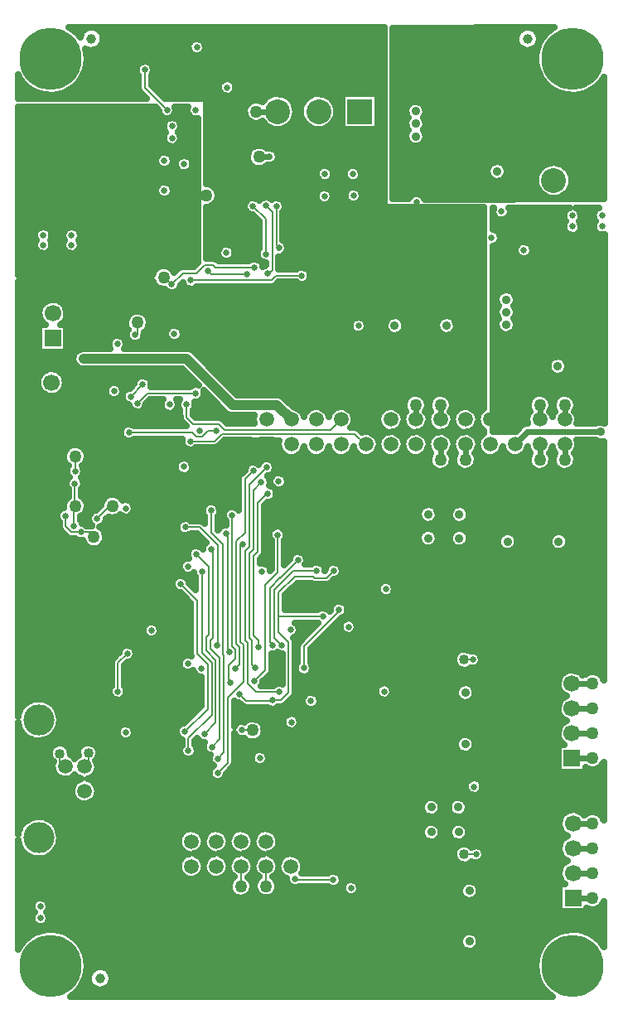
<source format=gbr>
G04 DipTrace 2.4.0.2*
%INBottom.gbr*%
%MOIN*%
%ADD13C,0.008*%
%ADD14C,0.024*%
%ADD17C,0.039*%
%ADD22C,0.05*%
%ADD27C,0.025*%
%ADD46C,0.0394*%
%ADD47R,0.1X0.1*%
%ADD48C,0.1*%
%ADD49C,0.059*%
%ADD50C,0.125*%
%ADD51R,0.0591X0.0591*%
%ADD52C,0.0591*%
%ADD53R,0.0669X0.0669*%
%ADD54C,0.0669*%
%ADD55C,0.25*%
%ADD62C,0.04*%
%ADD76C,0.035*%
%FSLAX44Y44*%
G04*
G70*
G90*
G75*
G01*
%LNBottom*%
%LPD*%
X14253Y38003D2*
D14*
X13817D1*
D13*
X13830Y37990D1*
X14100Y34080D2*
Y35500D1*
X13590Y36010D1*
X6760Y29870D2*
D17*
X10910D1*
X12780Y28000D1*
X14550D1*
X15130Y27420D1*
X11700Y36430D2*
D14*
X11263D1*
D13*
X11253Y36440D1*
X10870Y23090D2*
X11440D1*
X12170Y22360D1*
Y18330D1*
X12130D1*
X22115Y39063D2*
X22428D1*
X22740D1*
X22115D2*
X21802D1*
X21490D1*
X22115D2*
Y38750D1*
Y38437D1*
X21802D1*
X21490D1*
X22115Y38750D2*
X21802D1*
X21490D1*
X22115D2*
X22428D1*
X22740D1*
X22115Y38437D2*
X22428D1*
X22740D1*
X22115Y39063D2*
Y39375D1*
Y39688D1*
Y39375D2*
X22428D1*
X22740D1*
X22115Y39688D2*
X22428D1*
X22740D1*
X22115Y39375D2*
X21802D1*
X21490D1*
X22115Y39688D2*
X21802D1*
X21490D1*
X15550Y33210D2*
X14520D1*
X14330Y33020D1*
X11090D1*
X11280Y28480D2*
X9340D1*
X8940Y28080D1*
X11780Y33390D2*
X11900Y33270D1*
X13350D1*
X13600Y25360D2*
X13270Y25030D1*
Y22880D1*
X12910Y22520D1*
Y18390D1*
X13040Y18260D1*
Y17570D1*
X12880Y17410D1*
X14637Y16460D2*
X13710D1*
X13360Y16810D1*
Y18450D1*
X13270Y18540D1*
Y22130D1*
X13440Y22300D1*
Y24800D1*
X14140Y25500D1*
X13160Y22410D2*
X13150Y22420D1*
X13080D1*
Y18480D1*
X13200Y18360D1*
Y16870D1*
X12570Y16240D1*
Y13600D1*
X12170Y13200D1*
X13110Y9450D2*
Y8650D1*
X13100Y8640D1*
X14580Y22780D2*
X14500D1*
X14580Y22860D1*
Y21280D1*
X14080Y20780D1*
Y17340D1*
X13645Y16905D1*
X26337Y30901D2*
X26024D1*
X25712D1*
X25399D1*
X25087Y31213D2*
X25399D1*
X25712D1*
X26024D1*
X26337D1*
Y31526D2*
X26024D1*
X25712D1*
X25399D1*
X25087D1*
Y31838D2*
X25399D1*
X25712D1*
X26024D1*
X26337D1*
Y32151D2*
X26024D1*
X25712D1*
X25399D1*
X25087D1*
X25712Y31526D2*
Y31838D1*
Y32151D1*
Y31526D2*
Y31213D1*
Y30901D1*
X25399D2*
X25087D1*
X13690Y17430D2*
Y17410D1*
X13530Y17570D1*
Y18550D1*
X13450Y18630D1*
Y22050D1*
X13610Y22210D1*
Y24580D1*
X13920Y24890D1*
Y24910D1*
X14390Y18340D2*
X14270Y18460D1*
Y20650D1*
X14680Y21060D1*
Y21050D1*
X15400Y21770D1*
X14180Y24440D2*
Y24460D1*
X13790Y24070D1*
Y22100D1*
X13610Y21920D1*
Y18730D1*
X13800Y18540D1*
Y18270D1*
X10191Y40882D2*
Y41194D1*
X10504D1*
X10191D2*
X9879D1*
X10191Y40882D2*
X10504D1*
X10191D2*
X9879D1*
X10191D2*
Y40569D1*
X10504D1*
X10191D2*
X9879D1*
X6028Y12476D2*
Y12148D1*
X5840Y11960D1*
X13710Y41970D2*
D14*
X14577Y41975D1*
X26440Y20815D2*
D13*
X27315D1*
X27440Y20940D1*
Y21940D1*
Y23940D1*
Y20940D2*
Y19940D1*
Y18940D1*
Y17940D1*
X26440D1*
X27440Y12940D2*
Y11940D1*
X26440D1*
X27440Y12940D2*
X26440D1*
X27440Y6940D2*
X26440D1*
X24440Y4940D2*
X23440D1*
X21440D1*
X20440D1*
Y5585D1*
X20565Y5710D1*
X20440Y4940D2*
X19440D1*
X18440D1*
X17440D1*
X16440D1*
X15440D1*
X14440D1*
Y5940D1*
X13490D1*
X13440Y5890D1*
X12460D1*
X12430Y5920D1*
X15440Y5940D2*
Y4940D1*
X16440Y5940D2*
Y4940D1*
X17440Y5940D2*
Y4940D1*
X18440Y5940D2*
Y4940D1*
X26440Y18940D2*
X27440D1*
X26440Y17940D2*
X25440D1*
X24130Y26420D2*
D14*
Y26442D1*
X24608Y26920D1*
X27560D1*
X7320Y23430D2*
D13*
Y23440D1*
X7820Y23940D1*
X7940D1*
X6440Y25940D2*
Y25350D1*
X6390Y23150D2*
Y24120D1*
X6340Y24070D1*
X6420D1*
Y24850D1*
X6440Y23940D2*
X6340D1*
Y24070D1*
X15640Y17420D2*
Y18310D1*
X17100Y19770D1*
X17050D1*
X26130Y28000D2*
D14*
Y27420D1*
D13*
D3*
Y26420D2*
D14*
Y25810D1*
X25130Y26420D2*
Y25810D1*
D13*
D3*
Y28000D2*
D14*
Y27420D1*
X16150Y21330D2*
D13*
X15220D1*
X14450Y20560D1*
Y18640D1*
X14740Y18350D1*
X20130Y28000D2*
D14*
Y27420D1*
X21130Y26420D2*
Y25810D1*
D13*
D3*
X22130D2*
D14*
Y26420D1*
D13*
D3*
X21130Y28000D2*
D14*
Y27420D1*
X12500Y22840D2*
D13*
X12590Y22750D1*
Y18040D1*
X12650D1*
X12630Y18060D1*
X13560Y14920D2*
X13150D1*
X13140Y14930D1*
X8150Y16480D2*
Y17630D1*
X8530Y18010D1*
X27252Y8170D2*
D14*
X26462D1*
X27252Y9170D2*
X26462D1*
X22564Y9925D2*
D13*
Y9930D1*
X22090D1*
X27252Y11170D2*
D14*
X26462D1*
X27252Y10170D2*
X26462D1*
X26422Y13790D2*
X27252D1*
Y13800D1*
X26422Y14790D2*
X27252D1*
Y14800D1*
X22439Y17762D2*
D13*
X22437Y17760D1*
X22080D1*
X26422Y16790D2*
D14*
X27252D1*
Y16800D1*
X26422Y15790D2*
X27252D1*
Y15800D1*
X14110Y36020D2*
D13*
X14360Y35770D1*
Y33430D1*
X14160Y33230D1*
Y33290D1*
X9237Y41487D2*
Y40773D1*
X10135Y39875D1*
X14630Y34320D2*
Y34230D1*
X14610D1*
Y34350D1*
X14530Y34430D1*
Y36000D1*
X16820Y8900D2*
X15260D1*
X15290Y8930D1*
X13040Y16360D2*
X13300Y16100D1*
X14360D1*
Y16120D1*
X14700D1*
X15020Y16440D1*
Y18470D1*
X14620Y18870D1*
Y19500D1*
Y20460D1*
X15260Y21100D1*
X16010D1*
X16060Y21050D1*
X16550D1*
X16830Y21330D1*
X12750Y23570D2*
Y18300D1*
X12880Y18170D1*
Y17800D1*
X12610Y17530D1*
Y16880D1*
X12670Y16820D1*
X14110Y9450D2*
Y8650D1*
X8600Y26900D2*
X11140D1*
X11310Y26730D1*
X11530D1*
X11770Y26970D1*
X12100D1*
X12110Y26980D1*
X16400Y19500D2*
X14620D1*
X10324Y32866D2*
X10060Y33130D1*
X10000D1*
X13650Y33530D2*
X12090D1*
X11980Y33640D1*
X11640D1*
X11310Y33310D1*
X10768D1*
X10324Y32866D1*
X12170Y13780D2*
X12410Y14020D1*
Y17940D1*
X12380Y17970D1*
Y22400D1*
X11910Y22870D1*
Y23760D1*
X9150Y28840D2*
X8660Y28350D1*
X8940Y31320D2*
Y30838D1*
X8840D1*
X6050Y23530D2*
X6000D1*
X6050Y23480D1*
Y23120D1*
X6280Y22890D1*
X6670D1*
X7190D1*
Y22690D1*
X6960Y14000D2*
Y13605D1*
X6815Y13460D1*
X5820Y13980D2*
Y13668D1*
X6028Y13460D1*
X11300Y22000D2*
X11310D1*
X11800Y21510D1*
Y18770D1*
X11710Y18680D1*
Y18130D1*
X12090Y17750D1*
Y15230D1*
X11630Y14770D1*
X10990Y14100D2*
Y14600D1*
X11930Y15540D1*
Y17640D1*
X11530Y18040D1*
Y20180D1*
X11540Y20190D1*
Y21310D1*
X10850Y14860D2*
X11770Y15780D1*
Y17570D1*
X11340Y18000D1*
Y20140D1*
X10680Y20800D1*
X11910Y22200D2*
X11970Y22140D1*
Y18630D1*
X11880Y18540D1*
Y18210D1*
X12250Y17840D1*
Y14560D1*
X11940Y14250D1*
X13720Y39810D2*
D14*
X14577Y39815D1*
X10910Y28040D2*
D13*
Y27500D1*
X11160Y27250D1*
X12200D1*
X12450Y27000D1*
X16710D1*
X17130Y27420D1*
X18130Y26420D2*
X18100D1*
X17680Y26840D1*
X12330D1*
X12040Y26550D1*
X11060D1*
D27*
X14253Y38003D3*
X14100Y34080D3*
X13590Y36010D3*
D76*
X6760Y29870D3*
D27*
X13950Y21300D3*
X10980Y21509D3*
X9503Y18940D3*
X15095Y18960D3*
X9503Y18940D3*
X10970Y17600D3*
X11520Y17410D3*
X14620Y24940D3*
D3*
X8460Y14840D3*
X11520Y17410D3*
X10230Y28020D3*
X10420Y30870D3*
X15920Y16100D3*
X15095Y18960D3*
X15920Y16100D3*
X18860Y16481D3*
X13950Y21300D3*
X10810Y25520D3*
X8130Y30473D3*
X8003Y28565D3*
X13860Y13800D3*
D3*
X15130Y15250D3*
X17530Y8570D3*
X17430Y19080D3*
X10810Y25520D3*
X8460Y23850D3*
X18940Y20610D3*
X10420Y30870D3*
X8130Y30473D3*
X9190Y36440D3*
D3*
D3*
X12517Y34128D3*
X10870Y23090D3*
X12130Y18330D3*
X15550Y33210D3*
X11090Y33020D3*
X11280Y28480D3*
X8940Y28080D3*
X11780Y33390D3*
X13350Y33270D3*
X13600Y25360D3*
X12880Y17410D3*
X14637Y16460D3*
X14140Y25500D3*
X13160Y22410D3*
X12170Y13200D3*
D3*
X14580Y22780D3*
X13645Y16905D3*
X13690Y17430D3*
X13920Y24910D3*
X14390Y18340D3*
X15400Y21770D3*
X14180Y24440D3*
X13800Y18270D3*
X12830Y16040D3*
X10585Y17625D3*
X10710Y21250D3*
X9529Y19985D3*
X15750Y23710D3*
X13860Y21790D3*
X7480Y21120D3*
X15460Y19110D3*
X6910Y21490D3*
X6252Y21628D3*
X6910Y21490D3*
X5565Y19878D3*
D76*
X23780Y32240D3*
Y31240D3*
D27*
X17785Y8035D3*
X17790Y9150D3*
X12231Y42679D3*
X11280Y39870D3*
X12231Y42679D3*
X10330Y39220D3*
X11280Y39870D3*
X10330Y38750D3*
D76*
X20141Y39819D3*
Y39319D3*
Y38810D3*
D27*
X10330Y38750D3*
X8815Y41190D3*
X11128Y41503D3*
X12570Y41207D3*
X23187Y34733D3*
X20180Y36170D3*
X24490Y34230D3*
X23187Y34733D3*
X22520Y33060D3*
X21525Y28830D3*
X19425D3*
X18155D3*
D76*
X23780Y31730D3*
D27*
X23187Y34733D3*
D76*
X23780Y32240D3*
D27*
X22610Y21070D3*
X10710Y21250D3*
X6290Y34820D3*
Y34450D3*
D76*
X18280Y23610D3*
Y22590D3*
X19330Y22640D3*
X19310Y23610D3*
X19320Y11850D3*
X18220Y11800D3*
X19320Y11850D3*
X18200Y10850D3*
X19300D3*
X18200D3*
D27*
X15460Y19110D3*
D76*
X19330Y22640D3*
D27*
X11000Y17250D3*
X11520Y16720D3*
X10320Y17920D3*
X9900Y18390D3*
X10320Y17920D3*
X8480Y16430D3*
X9900Y18390D3*
X8850Y15800D3*
X8480Y16430D3*
X9370Y15270D3*
X8850Y15800D3*
X9930Y14940D3*
X9380Y23080D3*
X15570Y22950D3*
X17060Y17240D3*
X15460Y19110D3*
X22351Y25130D3*
X27020Y25150D3*
X22550Y24030D3*
X26700Y24290D3*
X22550Y24030D3*
X22580Y23230D3*
X22550Y24030D3*
X21700Y30380D3*
Y29810D3*
Y30380D3*
X17900Y30350D3*
Y29820D3*
Y30350D3*
X11430Y26980D3*
X9950Y25930D3*
X7210Y29370D3*
X8560Y30473D3*
X9800Y28030D3*
X7990Y27950D3*
D3*
X14230Y32280D3*
X10690Y32750D3*
X9890Y30888D3*
X17070Y18810D3*
X20426Y17610D3*
X9930Y14940D3*
X14320Y14310D3*
X12830Y16040D3*
X12180Y11970D3*
X6230Y7830D3*
Y7340D3*
Y7830D3*
D76*
X18200Y10850D3*
D27*
X24878Y17690D3*
Y16270D3*
Y14396D3*
Y13050D3*
Y14396D3*
X22920Y12960D3*
X23670Y12930D3*
X22920Y12960D3*
X22930Y17690D3*
X23690Y17700D3*
X24950Y10399D3*
X25040Y9030D3*
X24950Y10399D3*
D76*
X24290Y5508D3*
D27*
X24950Y6970D3*
X23820Y9800D3*
X23050Y9780D3*
X23820Y9800D3*
X11310Y25520D3*
X7960Y24580D3*
X26510Y22990D3*
X18610Y20310D3*
X23590Y35790D3*
X23187Y34733D3*
X21620Y19560D3*
D3*
X9790Y30320D3*
X26442Y35625D3*
X23590Y35790D3*
X26442Y35185D3*
Y35625D3*
X24970Y25150D3*
X22175Y28830D3*
X23640Y25160D3*
X8650Y12410D3*
X13419Y29790D3*
X14160Y31520D3*
X16550Y31580D3*
X22010Y35100D3*
D76*
X20141Y38810D3*
D27*
X13920Y37270D3*
X15090D3*
X13920D3*
X7980Y30828D3*
X10020Y36630D3*
Y37830D3*
X13930Y36420D3*
X13920Y37270D3*
X15090Y36410D3*
X11940Y38440D3*
X18400Y37200D3*
X18680Y38820D3*
X11430Y26980D3*
X9800Y28030D3*
X10815Y37690D3*
X14230Y32280D3*
X14160Y31520D3*
X16010Y30143D3*
X13419Y29790D3*
X16000Y21930D3*
X12579Y40370D3*
X5150Y34820D3*
Y34450D3*
X5030Y7830D3*
X5040Y7360D3*
X5030Y7830D3*
X27625Y35625D3*
X27627Y35190D3*
D76*
X27560Y26920D3*
D27*
X5150Y34820D3*
X7320Y23430D3*
X6440Y25350D3*
X6390Y23150D3*
X6420Y24850D3*
X15640Y17420D3*
X17050Y19770D3*
X16150Y21330D3*
X14740Y18350D3*
X12500Y22840D3*
X12630Y18060D3*
X13140Y14930D3*
X8150Y16480D3*
X8530Y18010D3*
X22564Y9925D3*
X22439Y17762D3*
X14110Y36020D3*
X14160Y33290D3*
X9237Y41487D3*
X10135Y39875D3*
D3*
X14630Y34320D3*
X14530Y36000D3*
X16820Y8900D3*
X15290Y8930D3*
X13040Y16360D3*
X16830Y21330D3*
X12750Y23570D3*
X12670Y16820D3*
X8600Y26900D3*
X12110Y26980D3*
X14360Y16120D3*
X16400Y19500D3*
X10324Y32866D3*
X13650Y33530D3*
X10324Y32866D3*
X12170Y13780D3*
X11910Y23760D3*
X9150Y28840D3*
X8660Y28350D3*
X8840Y30838D3*
X6050Y23530D3*
X6670Y22890D3*
X11300Y22000D3*
X11630Y14770D3*
X10990Y14100D3*
X11540Y21310D3*
X10850Y14860D3*
X10680Y20800D3*
X11910Y22200D3*
X11940Y14250D3*
D76*
X22130Y16435D3*
X22300Y8460D3*
D27*
X22482Y12650D3*
D76*
X22130Y14355D3*
X22300Y6421D3*
D27*
X12550Y40780D3*
D76*
X19290Y31200D3*
X21370D3*
X23830Y22510D3*
X25890D3*
D27*
X17830Y31190D3*
D76*
X19290Y31200D3*
X21890Y23600D3*
X20640D3*
X21850Y11820D3*
X21890Y23600D3*
X22130Y16435D3*
X20640Y22650D3*
X21890D3*
X20640D3*
X20760Y11820D3*
Y10820D3*
Y11820D3*
X21860Y10820D3*
X23830Y22510D3*
X25890D3*
D27*
X11325Y42405D3*
X12550Y40780D3*
D76*
X23410Y37400D3*
D27*
X16480Y37310D3*
X17610D3*
X16480D3*
X16460Y36410D3*
X16480Y37310D3*
X17630Y36430D3*
D76*
X25850Y29570D3*
D27*
X10910Y28040D3*
X11060Y26550D3*
X25087Y32151D3*
X25399D3*
X25712D3*
X26024D3*
X26337D3*
X25087Y31838D3*
X25399D3*
X25712D3*
X26024D3*
X26337D3*
X25087Y31526D3*
X25399D3*
X25712D3*
X26024D3*
X26337D3*
X25087Y31213D3*
X25399D3*
X25712D3*
X26024D3*
X26337D3*
X25087Y30901D3*
X25399D3*
X25712D3*
X26024D3*
X26337D3*
X24878Y20815D3*
Y21128D3*
X25190Y20815D3*
X25503D3*
X25815D3*
X26128D3*
X21140Y32894D3*
X26440Y20815D3*
X24565D3*
X24253D3*
X23940D3*
X23628D3*
X23315D3*
X24565Y21128D3*
X24253D3*
X23940D3*
X23628D3*
X23315D3*
Y20503D3*
X23628D3*
X23940D3*
X24253D3*
X24565D3*
X24878D3*
X25190D3*
X25503D3*
X25815D3*
X26128D3*
X26440D3*
Y21128D3*
X26128D3*
X25815D3*
X25503D3*
X25200Y21130D3*
X22115Y39063D3*
Y39375D3*
Y39688D3*
X21802Y39375D3*
X21490D3*
X21802Y39063D3*
X21490D3*
X22115Y38750D3*
X21802D3*
X21490D3*
Y38437D3*
X21802D3*
X22115D3*
X21802Y39688D3*
X21490D3*
X22428D3*
Y39375D3*
Y39063D3*
Y38750D3*
Y38437D3*
X22740Y39688D3*
Y39375D3*
Y39063D3*
Y38750D3*
Y38437D3*
X8190Y36440D3*
Y35440D3*
Y34440D3*
Y33440D3*
X7190Y37440D3*
Y36440D3*
X6190Y37440D3*
X5190D3*
X4315D3*
Y36440D3*
Y35440D3*
Y34440D3*
Y33440D3*
X5190D3*
X6190D3*
X7190D3*
X9190D3*
X10190Y34440D3*
X20828Y32894D3*
X20533Y32893D3*
X20221D3*
X20533Y33206D3*
Y32581D3*
X20221Y33206D3*
X11190Y34440D3*
X20221Y32581D3*
X23440Y42440D3*
X11190Y35440D3*
X10190D3*
X26440Y18940D3*
X25440Y17940D3*
X20553Y8155D3*
Y7843D3*
X20554Y7548D3*
Y7236D3*
X20241Y7548D3*
X25440Y12940D3*
X20866Y7548D3*
X20241Y7236D3*
X20866D3*
X20240Y8155D3*
X20865D3*
X20240Y7843D3*
X20865D3*
X20552Y8762D3*
Y8450D3*
X20239Y8762D3*
X20864D3*
X20239Y8450D3*
X20864D3*
X20551Y9057D3*
X20238D3*
X20863D3*
X20560Y6946D3*
Y6633D3*
X20248Y6946D3*
X11253Y36440D3*
Y37440D3*
X20873Y6946D3*
X20248Y6633D3*
X20873D3*
X20565Y6334D3*
Y6022D3*
X20252Y6334D3*
X20877D3*
X20252Y6022D3*
X20877D3*
X20565Y5710D3*
X20253D3*
X20878D3*
X5190Y36440D3*
X6190D3*
X5190Y35440D3*
X6190D3*
X7190D3*
Y34440D3*
X19440Y41440D3*
X20440D3*
X21440D3*
X22440D3*
X23440D3*
X24440D3*
X19440Y42440D3*
X16440Y11940D3*
X15570Y12940D3*
X20440Y42440D3*
X21440D3*
X22440D3*
X8190Y34940D3*
X10191Y40882D3*
Y41194D3*
X10504D3*
Y40882D3*
X9879Y41194D3*
Y40882D3*
Y40569D3*
X10191D3*
X10504D3*
X22440Y40440D3*
X23440Y39440D3*
X24440D3*
X25440D3*
X26440D3*
X27440D3*
X21440Y40440D3*
X20440D3*
X20428Y16110D3*
Y15798D3*
Y15503D3*
X21140Y33207D3*
Y32582D3*
X20828Y33207D3*
Y32582D3*
X21747Y32895D3*
X21435D3*
X21747Y33207D3*
Y32582D3*
X21435Y33207D3*
Y32582D3*
X22042Y32896D3*
Y33208D3*
Y32583D3*
X19931Y32887D3*
X19618D3*
X19931Y33199D3*
Y32574D3*
X19618Y33199D3*
Y32574D3*
X19440Y40440D3*
X27440Y38440D3*
Y37440D3*
Y36440D3*
X19440Y39440D3*
X9190Y34440D3*
X23440Y40440D3*
X24440D3*
X25440D3*
X26440D3*
X27440D3*
X26440Y38440D3*
X25440D3*
X24440D3*
X23440D3*
X19319Y32882D3*
X24440Y37440D3*
Y36440D3*
X19007Y32882D3*
X19319Y33195D3*
Y32570D3*
X19007Y33195D3*
Y32570D3*
X18695Y32882D3*
Y33194D3*
Y32569D3*
X20428Y15191D3*
X20116Y15503D3*
X20741D3*
X20116Y15191D3*
X20741D3*
X20115Y16110D3*
X20740D3*
X20115Y15798D3*
X20740D3*
X20427Y16717D3*
Y16405D3*
X20114Y16717D3*
X20739D3*
X20114Y16405D3*
X20739D3*
X20426Y17012D3*
X20113D3*
X20738D3*
X20435Y14901D3*
Y14588D3*
X20123Y14901D3*
X20748D3*
X20123Y14588D3*
X20748D3*
X20440Y14289D3*
Y13977D3*
X20127Y14289D3*
X20752D3*
X20127Y13977D3*
X20752D3*
X20440Y13665D3*
X20128D3*
X20753D3*
X26440Y37440D3*
Y36440D3*
X25315Y36378D3*
Y37690D3*
X8690Y34940D3*
X9190D3*
X9690D3*
X10190D3*
X9690Y34440D3*
X8690D3*
X9690Y35440D3*
X9190D3*
X8690D3*
X21940Y37440D3*
X20730Y37880D3*
X23440Y36500D3*
X22440D3*
X21440Y36510D3*
X27440Y34690D3*
Y33690D3*
Y32690D3*
Y31690D3*
Y30690D3*
Y29690D3*
Y28815D3*
X24440Y35690D3*
X25440D3*
Y34690D3*
X26440D3*
X24410Y33690D3*
X25440D3*
X26440D3*
X24440Y32690D3*
X25440D3*
X26440D3*
X24440Y30190D3*
X23440Y30440D3*
Y29690D3*
X23627Y28190D3*
X24530D3*
X25590D3*
X26600D3*
X24190Y29190D3*
X25440Y30190D3*
X26440Y30315D3*
X27440Y27940D3*
Y23940D3*
Y21940D3*
Y20940D3*
Y19940D3*
Y18940D3*
Y17940D3*
X26440D3*
X27440Y12940D3*
Y11940D3*
X26440D3*
X22440D3*
X23440D3*
X24440D3*
X25440D3*
X26440Y12940D3*
X24440D3*
X22440Y10940D3*
X23440D3*
X24440D3*
X25440D3*
X27440Y6940D3*
X26440D3*
X24440Y4940D3*
X23440D3*
X21440D3*
X20440D3*
X15440D3*
X16440D3*
X17440D3*
X18440D3*
X19440D3*
X14440D3*
Y5940D3*
Y6940D3*
X12440Y7940D3*
X13440D3*
X14440D3*
X13440Y6940D3*
X12440D3*
X13440Y5890D3*
X12430Y5920D3*
X15440Y5940D3*
X16440D3*
X17440D3*
X18440D3*
X15440Y6940D3*
X16440D3*
X15440Y7940D3*
X17440Y11940D3*
Y10940D3*
Y9940D3*
Y12940D3*
X16440D3*
X15540Y13940D3*
X16440D3*
Y14940D3*
Y15940D3*
X17390D3*
X17440Y14940D3*
Y13940D3*
X18440Y12940D3*
X19440D3*
X20440D3*
X21490Y12890D3*
X18440Y13940D3*
X18390Y14940D3*
X15650Y14930D3*
X21440Y23940D3*
Y24940D3*
X20440D3*
X19440D3*
X18440D3*
X17440D3*
Y23940D3*
X17480Y22940D3*
X17440Y21940D3*
X18440D3*
X19440D3*
X20440D3*
X21440D3*
Y20940D3*
Y19940D3*
X22440D3*
X20440Y20940D3*
X19232Y42978D2*
X24221D1*
X25060D2*
X25381D1*
X19232Y42729D2*
X24155D1*
X19232Y42481D2*
X24233D1*
X19232Y42232D2*
X24979D1*
X19232Y41983D2*
X24951D1*
X19232Y41735D2*
X24963D1*
X19232Y41486D2*
X25022D1*
X19232Y41237D2*
X25131D1*
X19232Y40988D2*
X25303D1*
X27580D2*
X27682D1*
X19232Y40740D2*
X25576D1*
X27306D2*
X27682D1*
X19232Y40491D2*
X26198D1*
X26681D2*
X27682D1*
X19232Y40242D2*
X27682D1*
X19232Y39994D2*
X19768D1*
X20513D2*
X27682D1*
X19232Y39745D2*
X19733D1*
X20548D2*
X27682D1*
X19232Y39496D2*
X19768D1*
X20513D2*
X27682D1*
X19232Y39248D2*
X19733D1*
X20548D2*
X27682D1*
X19232Y38999D2*
X19776D1*
X20505D2*
X27682D1*
X19232Y38750D2*
X19733D1*
X20552D2*
X27682D1*
X19232Y38502D2*
X19877D1*
X20404D2*
X27682D1*
X19232Y38253D2*
X27682D1*
X19232Y38004D2*
X27682D1*
X19232Y37756D2*
X23225D1*
X23595D2*
X27682D1*
X19232Y37507D2*
X23010D1*
X23810D2*
X25123D1*
X26255D2*
X27682D1*
X19232Y37258D2*
X23022D1*
X23798D2*
X24983D1*
X26396D2*
X27682D1*
X19232Y37009D2*
X24951D1*
X26427D2*
X27682D1*
X19232Y36761D2*
X25006D1*
X26373D2*
X27682D1*
X19232Y36512D2*
X25182D1*
X26197D2*
X27682D1*
X25085Y42617D2*
X25036Y42502D1*
X24958Y42405D1*
X24857Y42332D1*
X24740Y42289D1*
X24615Y42279D1*
X24493Y42302D1*
X24381Y42357D1*
X24288Y42440D1*
X24221Y42545D1*
X24184Y42664D1*
X24181Y42789D1*
X24211Y42910D1*
X24272Y43019D1*
X24360Y43107D1*
X24468Y43169D1*
X24589Y43199D1*
X24713Y43196D1*
X24833Y43160D1*
X24938Y43093D1*
X25021Y43001D1*
X25077Y42889D1*
X25102Y42740D1*
X25085Y42617D1*
X26394Y36916D2*
X26362Y36795D1*
X26309Y36682D1*
X26237Y36580D1*
X26149Y36492D1*
X26046Y36420D1*
X25933Y36368D1*
X25813Y36336D1*
X25688Y36325D1*
X25564Y36336D1*
X25443Y36369D1*
X25330Y36422D1*
X25228Y36494D1*
X25140Y36583D1*
X25069Y36685D1*
X25017Y36799D1*
X24985Y36919D1*
X24975Y37044D1*
X24987Y37168D1*
X25020Y37288D1*
X25073Y37401D1*
X25145Y37503D1*
X25234Y37591D1*
X25337Y37662D1*
X25450Y37714D1*
X25571Y37745D1*
X25696Y37755D1*
X25820Y37743D1*
X25940Y37710D1*
X26053Y37656D1*
X26155Y37584D1*
X26242Y37494D1*
X26313Y37392D1*
X26364Y37278D1*
X26395Y37157D1*
X26405Y37040D1*
X26394Y36916D1*
X27707Y41206D2*
X27577Y41016D1*
X27403Y40836D1*
X27202Y40689D1*
X26978Y40577D1*
X26739Y40506D1*
X26491Y40476D1*
X26242Y40488D1*
X25998Y40543D1*
X25767Y40639D1*
X25556Y40772D1*
X25371Y40939D1*
X25216Y41135D1*
X25097Y41354D1*
X25017Y41591D1*
X24979Y41838D1*
X24982Y42087D1*
X25029Y42333D1*
X25116Y42567D1*
X25241Y42782D1*
X25402Y42974D1*
X25593Y43135D1*
X25708Y43211D1*
X19207Y43164D1*
X19205Y36285D1*
X19857D1*
X19887Y36343D1*
X19969Y36437D1*
X20079Y36495D1*
X20203Y36509D1*
X20323Y36478D1*
X20424Y36406D1*
X20497Y36284D1*
X27705Y36285D1*
X27707Y41203D1*
X20511Y39696D2*
X20440Y39572D1*
X20481Y39510D1*
X20524Y39394D1*
X20531Y39319D1*
X20511Y39196D1*
X20454Y39086D1*
X20434Y39067D1*
X20481Y39002D1*
X20524Y38885D1*
X20531Y38810D1*
X20511Y38687D1*
X20454Y38577D1*
X20364Y38490D1*
X20252Y38436D1*
X20129Y38420D1*
X20007Y38444D1*
X19898Y38505D1*
X19814Y38597D1*
X19764Y38711D1*
X19752Y38835D1*
X19780Y38956D1*
X19847Y39065D1*
X19814Y39106D1*
X19764Y39220D1*
X19752Y39344D1*
X19780Y39465D1*
X19842Y39568D1*
X19814Y39606D1*
X19764Y39720D1*
X19752Y39844D1*
X19780Y39965D1*
X19844Y40071D1*
X19939Y40152D1*
X20054Y40199D1*
X20178Y40207D1*
X20299Y40176D1*
X20403Y40108D1*
X20481Y40010D1*
X20524Y39894D1*
X20531Y39819D1*
X20511Y39696D1*
X20435Y39059D2*
X20481Y39002D1*
X20524Y38885D1*
X20531Y38810D1*
X20511Y38687D1*
X20454Y38577D1*
X20364Y38490D1*
X20252Y38436D1*
X20129Y38420D1*
X20007Y38444D1*
X19898Y38505D1*
X19814Y38597D1*
X19764Y38711D1*
X19752Y38835D1*
X19780Y38956D1*
X19847Y39065D1*
X23780Y37277D2*
X23723Y37167D1*
X23633Y37080D1*
X23521Y37026D1*
X23398Y37010D1*
X23275Y37034D1*
X23167Y37095D1*
X23083Y37187D1*
X23033Y37301D1*
X23021Y37425D1*
X23048Y37546D1*
X23113Y37653D1*
X23208Y37733D1*
X23323Y37780D1*
X23447Y37788D1*
X23568Y37757D1*
X23672Y37689D1*
X23750Y37592D1*
X23793Y37475D1*
X23800Y37400D1*
X23780Y37277D1*
X6512Y42965D2*
X6662D1*
X7516D2*
X18857D1*
X7575Y42717D2*
X11166D1*
X11485D2*
X18857D1*
X7489Y42468D2*
X10966D1*
X11684D2*
X18857D1*
X6903Y42219D2*
X11017D1*
X11634D2*
X18857D1*
X6930Y41971D2*
X18857D1*
X6915Y41722D2*
X8966D1*
X9509D2*
X18857D1*
X6852Y41473D2*
X8873D1*
X9602D2*
X18857D1*
X6743Y41225D2*
X8959D1*
X9516D2*
X18857D1*
X4155Y40976D2*
X4314D1*
X6567D2*
X8959D1*
X9516D2*
X12248D1*
X12852D2*
X18857D1*
X4155Y40727D2*
X4595D1*
X6286D2*
X8962D1*
X9669D2*
X12189D1*
X12911D2*
X18857D1*
X4155Y40479D2*
X5314D1*
X5567D2*
X9146D1*
X9919D2*
X12369D1*
X12731D2*
X14287D1*
X14868D2*
X15935D1*
X16520D2*
X17138D1*
X18618D2*
X18857D1*
X11716Y40230D2*
X13494D1*
X15184D2*
X15619D1*
X16833D2*
X17138D1*
X18618D2*
X18857D1*
X11716Y39981D2*
X13263D1*
X15298D2*
X15505D1*
X16946D2*
X17138D1*
X18618D2*
X18857D1*
X11716Y39733D2*
X13236D1*
X15313D2*
X15494D1*
X16962D2*
X17138D1*
X18618D2*
X18857D1*
X11716Y39484D2*
X13365D1*
X15235D2*
X15568D1*
X16887D2*
X17138D1*
X18618D2*
X18857D1*
X11716Y39235D2*
X14134D1*
X15020D2*
X15783D1*
X16669D2*
X17138D1*
X18618D2*
X18857D1*
X11716Y38986D2*
X18857D1*
X11716Y38738D2*
X18857D1*
X11716Y38489D2*
X18857D1*
X11716Y38240D2*
X13412D1*
X14520D2*
X18857D1*
X11716Y37992D2*
X13341D1*
X14618D2*
X18857D1*
X11716Y37743D2*
X13412D1*
X14497D2*
X18857D1*
X11716Y37494D2*
X16169D1*
X16790D2*
X17298D1*
X17919D2*
X18857D1*
X11716Y37246D2*
X16123D1*
X16841D2*
X17251D1*
X17969D2*
X18857D1*
X11716Y36997D2*
X16322D1*
X16637D2*
X17455D1*
X17766D2*
X18857D1*
X12063Y36748D2*
X17486D1*
X17776D2*
X18857D1*
X12184Y36500D2*
X16107D1*
X16813D2*
X17271D1*
X17989D2*
X18857D1*
X12153Y36251D2*
X13326D1*
X14786D2*
X16134D1*
X16786D2*
X17318D1*
X17942D2*
X18857D1*
X11907Y36002D2*
X13224D1*
X14895D2*
X18853D1*
X11716Y35754D2*
X13341D1*
X14809D2*
X22857D1*
X11716Y35505D2*
X13709D1*
X14809D2*
X22857D1*
X11716Y35256D2*
X13822D1*
X14809D2*
X22857D1*
X11716Y35007D2*
X13822D1*
X14809D2*
X22857D1*
X11716Y34759D2*
X13822D1*
X14809D2*
X22857D1*
X11716Y34510D2*
X13822D1*
X14938D2*
X22857D1*
X11716Y34261D2*
X12181D1*
X12856D2*
X13787D1*
X14989D2*
X22857D1*
X11716Y34013D2*
X12173D1*
X12864D2*
X13744D1*
X14801D2*
X22857D1*
X14641Y33764D2*
X22857D1*
X14641Y33515D2*
X15376D1*
X15723D2*
X22857D1*
X15911Y33267D2*
X22857D1*
X15856Y33018D2*
X22857D1*
X4155Y32769D2*
X9681D1*
X10676D2*
X10837D1*
X14399D2*
X22857D1*
X4155Y32521D2*
X22857D1*
X4155Y32272D2*
X22857D1*
X4155Y32023D2*
X5076D1*
X6005D2*
X22857D1*
X4155Y31775D2*
X4970D1*
X6110D2*
X8818D1*
X9063D2*
X22857D1*
X4155Y31526D2*
X4990D1*
X6091D2*
X8498D1*
X9384D2*
X17751D1*
X17905D2*
X19052D1*
X19528D2*
X21130D1*
X21610D2*
X22857D1*
X4155Y31277D2*
X5154D1*
X5926D2*
X8451D1*
X9426D2*
X17478D1*
X18184D2*
X18884D1*
X19696D2*
X20962D1*
X21778D2*
X22857D1*
X4155Y31028D2*
X4966D1*
X6114D2*
X8533D1*
X9329D2*
X10095D1*
X10747D2*
X17505D1*
X18153D2*
X18916D1*
X19665D2*
X20994D1*
X21747D2*
X22857D1*
X4155Y30780D2*
X4966D1*
X6114D2*
X7959D1*
X8301D2*
X8482D1*
X9212D2*
X10068D1*
X10774D2*
X22857D1*
X4155Y30531D2*
X4966D1*
X6114D2*
X7771D1*
X8489D2*
X8669D1*
X9012D2*
X22857D1*
X4155Y30282D2*
X4966D1*
X6114D2*
X7822D1*
X8438D2*
X22857D1*
X4155Y30034D2*
X6361D1*
X11352D2*
X22857D1*
X4155Y29785D2*
X6334D1*
X11598D2*
X22857D1*
X4155Y29536D2*
X6498D1*
X11848D2*
X22857D1*
X4155Y29288D2*
X5056D1*
X5903D2*
X10888D1*
X12098D2*
X22857D1*
X4155Y29039D2*
X4919D1*
X6040D2*
X8849D1*
X9450D2*
X11138D1*
X12344D2*
X22857D1*
X4155Y28790D2*
X4919D1*
X6040D2*
X7724D1*
X8282D2*
X8716D1*
X9512D2*
X11115D1*
X12594D2*
X22857D1*
X4155Y28542D2*
X5048D1*
X5911D2*
X7638D1*
X12844D2*
X22857D1*
X4155Y28293D2*
X7775D1*
X11591D2*
X11884D1*
X14860D2*
X19744D1*
X20516D2*
X20744D1*
X21516D2*
X22857D1*
X4155Y28044D2*
X8486D1*
X9301D2*
X9865D1*
X11274D2*
X12130D1*
X15110D2*
X19642D1*
X21618D2*
X22857D1*
X4155Y27795D2*
X8728D1*
X9149D2*
X9951D1*
X10509D2*
X10630D1*
X11188D2*
X12380D1*
X15501D2*
X15759D1*
X16501D2*
X16759D1*
X17501D2*
X18759D1*
X19501D2*
X19689D1*
X20571D2*
X20688D1*
X21571D2*
X21759D1*
X22501D2*
X22759D1*
X4155Y27547D2*
X10630D1*
X11247D2*
X13611D1*
X17649D2*
X18611D1*
X4155Y27298D2*
X10728D1*
X12536D2*
X13611D1*
X17649D2*
X18611D1*
X4155Y27049D2*
X8271D1*
X17848D2*
X18755D1*
X19505D2*
X19755D1*
X20505D2*
X20755D1*
X21505D2*
X21755D1*
X22505D2*
X22755D1*
X4155Y26801D2*
X8251D1*
X18493D2*
X18767D1*
X19493D2*
X19767D1*
X20493D2*
X20767D1*
X21493D2*
X21767D1*
X22493D2*
X22767D1*
X4155Y26552D2*
X10697D1*
X12426D2*
X14611D1*
X26649D2*
X27408D1*
X4155Y26303D2*
X6126D1*
X6755D2*
X10802D1*
X12130D2*
X14607D1*
X26653D2*
X27669D1*
X4155Y26055D2*
X5966D1*
X6915D2*
X14748D1*
X15512D2*
X15748D1*
X16512D2*
X16748D1*
X17512D2*
X17748D1*
X18512D2*
X18748D1*
X19512D2*
X19748D1*
X20512D2*
X20709D1*
X21551D2*
X21712D1*
X22551D2*
X22748D1*
X23512D2*
X23748D1*
X24512D2*
X24709D1*
X25551D2*
X25712D1*
X26551D2*
X27669D1*
X4155Y25806D2*
X5970D1*
X6911D2*
X10603D1*
X11020D2*
X13966D1*
X14313D2*
X20638D1*
X22622D2*
X24638D1*
X26622D2*
X27669D1*
X4155Y25557D2*
X6146D1*
X6735D2*
X10447D1*
X11173D2*
X13298D1*
X14501D2*
X20716D1*
X21544D2*
X21712D1*
X22544D2*
X24716D1*
X25544D2*
X25712D1*
X26544D2*
X27669D1*
X4155Y25309D2*
X6080D1*
X6801D2*
X10517D1*
X11102D2*
X13162D1*
X14446D2*
X27669D1*
X4155Y25060D2*
X6126D1*
X6712D2*
X12994D1*
X14962D2*
X27669D1*
X4155Y24811D2*
X6056D1*
X6782D2*
X12990D1*
X14958D2*
X27669D1*
X4155Y24563D2*
X6138D1*
X6700D2*
X12990D1*
X14520D2*
X27669D1*
X4155Y24314D2*
X6138D1*
X6743D2*
X7638D1*
X8243D2*
X12990D1*
X14520D2*
X27669D1*
X4155Y24065D2*
X5966D1*
X6911D2*
X7466D1*
X8747D2*
X11736D1*
X12083D2*
X12990D1*
X14169D2*
X27669D1*
X4155Y23816D2*
X5841D1*
X6915D2*
X7310D1*
X8825D2*
X11548D1*
X12270D2*
X12490D1*
X14071D2*
X20291D1*
X20989D2*
X21541D1*
X22239D2*
X27669D1*
X4155Y23568D2*
X5689D1*
X6743D2*
X6986D1*
X8673D2*
X11603D1*
X12216D2*
X12384D1*
X14071D2*
X20228D1*
X21055D2*
X21478D1*
X22305D2*
X27669D1*
X4155Y23319D2*
X5759D1*
X6712D2*
X6974D1*
X7665D2*
X10595D1*
X12188D2*
X12470D1*
X14071D2*
X20345D1*
X20934D2*
X21595D1*
X22184D2*
X27669D1*
X4155Y23070D2*
X5775D1*
X7481D2*
X10505D1*
X14071D2*
X14380D1*
X14782D2*
X27669D1*
X4155Y22822D2*
X5962D1*
X7661D2*
X10638D1*
X11102D2*
X11322D1*
X14071D2*
X14220D1*
X14942D2*
X20263D1*
X21016D2*
X21513D1*
X22266D2*
X23572D1*
X24091D2*
X25630D1*
X26149D2*
X27669D1*
X4155Y22573D2*
X6521D1*
X7665D2*
X11572D1*
X14071D2*
X14287D1*
X14876D2*
X20232D1*
X21048D2*
X21482D1*
X22298D2*
X23419D1*
X24239D2*
X25482D1*
X26301D2*
X27669D1*
X4155Y22324D2*
X6876D1*
X7501D2*
X11173D1*
X11426D2*
X11566D1*
X14071D2*
X14298D1*
X14860D2*
X20400D1*
X20880D2*
X21650D1*
X22130D2*
X23462D1*
X24196D2*
X25521D1*
X26259D2*
X27669D1*
X4155Y22076D2*
X10943D1*
X14067D2*
X14298D1*
X14860D2*
X15228D1*
X15575D2*
X27669D1*
X4155Y21827D2*
X10834D1*
X13903D2*
X14298D1*
X14860D2*
X15041D1*
X15759D2*
X27669D1*
X4155Y21578D2*
X10623D1*
X14169D2*
X14300D1*
X16407D2*
X16570D1*
X17087D2*
X27669D1*
X4155Y21330D2*
X10666D1*
X17196D2*
X27669D1*
X4155Y21081D2*
X10462D1*
X10895D2*
X11259D1*
X17087D2*
X27669D1*
X4155Y20832D2*
X10318D1*
X11044D2*
X11259D1*
X15380D2*
X15904D1*
X16708D2*
X18658D1*
X19223D2*
X27669D1*
X4155Y20584D2*
X10392D1*
X15130D2*
X18576D1*
X19305D2*
X27669D1*
X4155Y20335D2*
X10759D1*
X14899D2*
X18716D1*
X19165D2*
X27669D1*
X4155Y20086D2*
X11009D1*
X14899D2*
X16900D1*
X17200D2*
X27669D1*
X4155Y19837D2*
X11060D1*
X14899D2*
X16334D1*
X16464D2*
X16693D1*
X17407D2*
X27669D1*
X4155Y19589D2*
X11060D1*
X17364D2*
X27669D1*
X4155Y19340D2*
X11060D1*
X17055D2*
X17184D1*
X17673D2*
X27669D1*
X4155Y19091D2*
X9173D1*
X9833D2*
X11060D1*
X15434D2*
X16037D1*
X16805D2*
X17064D1*
X17794D2*
X27669D1*
X4155Y18843D2*
X9150D1*
X9852D2*
X11060D1*
X15438D2*
X15787D1*
X16559D2*
X17162D1*
X17700D2*
X27669D1*
X4155Y18594D2*
X11060D1*
X15266D2*
X15541D1*
X16309D2*
X27669D1*
X4155Y18345D2*
X8451D1*
X8609D2*
X11060D1*
X16059D2*
X27669D1*
X4155Y18097D2*
X8177D1*
X8884D2*
X11060D1*
X15919D2*
X21814D1*
X22524D2*
X27669D1*
X4155Y17848D2*
X7982D1*
X8852D2*
X10712D1*
X14360D2*
X14740D1*
X15919D2*
X21650D1*
X22794D2*
X27669D1*
X4155Y17599D2*
X7869D1*
X8505D2*
X10607D1*
X14360D2*
X14740D1*
X15954D2*
X21673D1*
X22762D2*
X27669D1*
X4155Y17351D2*
X7869D1*
X8430D2*
X10712D1*
X14360D2*
X14740D1*
X15997D2*
X21986D1*
X22169D2*
X27669D1*
X4155Y17102D2*
X7869D1*
X8430D2*
X11353D1*
X14227D2*
X14740D1*
X15301D2*
X15494D1*
X15786D2*
X25943D1*
X4155Y16853D2*
X7869D1*
X8430D2*
X11490D1*
X14005D2*
X14740D1*
X15301D2*
X25849D1*
X4155Y16605D2*
X7810D1*
X8493D2*
X11490D1*
X15301D2*
X18517D1*
X19200D2*
X21755D1*
X22505D2*
X25880D1*
X4155Y16356D2*
X7810D1*
X8493D2*
X11490D1*
X15286D2*
X15669D1*
X16169D2*
X18517D1*
X19200D2*
X21724D1*
X22536D2*
X26060D1*
X4155Y16107D2*
X4599D1*
X5321D2*
X11490D1*
X15071D2*
X15556D1*
X16286D2*
X21892D1*
X22368D2*
X25947D1*
X4155Y15858D2*
X4275D1*
X5645D2*
X11462D1*
X12848D2*
X13193D1*
X14602D2*
X15658D1*
X16184D2*
X25853D1*
X5782Y15610D2*
X11212D1*
X12848D2*
X25876D1*
X5825Y15361D2*
X10966D1*
X12848D2*
X13388D1*
X13731D2*
X14783D1*
X15477D2*
X26052D1*
X5794Y15112D2*
X8232D1*
X8688D2*
X10599D1*
X14009D2*
X14794D1*
X15466D2*
X25951D1*
X4155Y14864D2*
X4244D1*
X5680D2*
X8095D1*
X8825D2*
X10486D1*
X14048D2*
X25853D1*
X4155Y14615D2*
X4509D1*
X5415D2*
X8181D1*
X8739D2*
X10591D1*
X12848D2*
X12986D1*
X13934D2*
X21814D1*
X22446D2*
X25876D1*
X4155Y14366D2*
X5642D1*
X5997D2*
X6740D1*
X7180D2*
X10709D1*
X11270D2*
X11595D1*
X12848D2*
X21716D1*
X22544D2*
X26048D1*
X4155Y14118D2*
X5404D1*
X6235D2*
X6537D1*
X7384D2*
X10626D1*
X11356D2*
X11603D1*
X12848D2*
X13712D1*
X14005D2*
X21794D1*
X22466D2*
X25845D1*
X4155Y13869D2*
X5396D1*
X6356D2*
X6486D1*
X7380D2*
X10716D1*
X11262D2*
X11818D1*
X12848D2*
X13501D1*
X14219D2*
X25845D1*
X4155Y13620D2*
X5517D1*
X7325D2*
X11845D1*
X12848D2*
X13548D1*
X14173D2*
X25845D1*
X4155Y13372D2*
X5501D1*
X7341D2*
X11853D1*
X12727D2*
X25845D1*
X27458D2*
X27669D1*
X4155Y13123D2*
X5619D1*
X7223D2*
X11814D1*
X12524D2*
X27669D1*
X4155Y12874D2*
X6470D1*
X7157D2*
X12048D1*
X12294D2*
X22201D1*
X22762D2*
X27669D1*
X4155Y12626D2*
X6302D1*
X7329D2*
X22119D1*
X22844D2*
X27669D1*
X4155Y12377D2*
X6291D1*
X7341D2*
X22255D1*
X22708D2*
X27669D1*
X4155Y12128D2*
X6416D1*
X7212D2*
X20498D1*
X21024D2*
X21587D1*
X22114D2*
X27669D1*
X4155Y11879D2*
X20349D1*
X21169D2*
X21439D1*
X22259D2*
X27669D1*
X4155Y11631D2*
X20396D1*
X21126D2*
X21486D1*
X22216D2*
X26138D1*
X26786D2*
X27166D1*
X27337D2*
X27669D1*
X4155Y11382D2*
X4634D1*
X5286D2*
X25931D1*
X4155Y11133D2*
X4291D1*
X5634D2*
X20501D1*
X21016D2*
X21603D1*
X22118D2*
X25888D1*
X5774Y10885D2*
X10818D1*
X11403D2*
X11818D1*
X12403D2*
X12818D1*
X13403D2*
X13818D1*
X14403D2*
X20349D1*
X21169D2*
X21451D1*
X22270D2*
X25966D1*
X5825Y10636D2*
X10611D1*
X14610D2*
X20392D1*
X21130D2*
X21490D1*
X22227D2*
X26146D1*
X5798Y10387D2*
X10580D1*
X14641D2*
X25931D1*
X4155Y10139D2*
X4232D1*
X5688D2*
X10681D1*
X11540D2*
X11681D1*
X12540D2*
X12681D1*
X13540D2*
X13681D1*
X14540D2*
X21705D1*
X22852D2*
X25888D1*
X4155Y9890D2*
X4482D1*
X5438D2*
X10826D1*
X11391D2*
X11826D1*
X12391D2*
X12826D1*
X13391D2*
X13826D1*
X14391D2*
X14826D1*
X15391D2*
X21654D1*
X22926D2*
X25962D1*
X4155Y9641D2*
X10611D1*
X15606D2*
X21767D1*
X22778D2*
X26154D1*
X4155Y9393D2*
X10580D1*
X15641D2*
X25935D1*
X4155Y9144D2*
X10677D1*
X11544D2*
X11675D1*
X12544D2*
X12675D1*
X13544D2*
X13675D1*
X14544D2*
X14675D1*
X17083D2*
X25888D1*
X4155Y8895D2*
X12685D1*
X13512D2*
X13689D1*
X14528D2*
X14927D1*
X17184D2*
X17408D1*
X17652D2*
X25962D1*
X4155Y8647D2*
X12611D1*
X14598D2*
X15076D1*
X17071D2*
X17174D1*
X17887D2*
X21931D1*
X22669D2*
X25888D1*
X4155Y8398D2*
X12677D1*
X13520D2*
X13693D1*
X14524D2*
X17212D1*
X17848D2*
X21888D1*
X22712D2*
X25888D1*
X4155Y8149D2*
X4888D1*
X5173D2*
X22041D1*
X22559D2*
X25888D1*
X4155Y7900D2*
X4673D1*
X5387D2*
X25888D1*
X4155Y7652D2*
X4716D1*
X5344D2*
X25888D1*
X27036D2*
X27669D1*
X4155Y7403D2*
X4677D1*
X5403D2*
X27669D1*
X4155Y7154D2*
X4744D1*
X5337D2*
X27669D1*
X4155Y6906D2*
X27669D1*
X4155Y6657D2*
X4599D1*
X6282D2*
X21962D1*
X22637D2*
X25599D1*
X27282D2*
X27669D1*
X4155Y6408D2*
X4314D1*
X6563D2*
X21884D1*
X22716D2*
X25314D1*
X27563D2*
X27666D1*
X6739Y6160D2*
X21986D1*
X22614D2*
X25138D1*
X6852Y5911D2*
X25029D1*
X6915Y5662D2*
X24966D1*
X6930Y5414D2*
X24951D1*
X6903Y5165D2*
X7013D1*
X7868D2*
X24978D1*
X6833Y4916D2*
X6952D1*
X7926D2*
X25048D1*
X6708Y4668D2*
X7041D1*
X7837D2*
X25169D1*
X6516Y4419D2*
X25365D1*
X7885Y4817D2*
X7836Y4702D1*
X7758Y4605D1*
X7657Y4532D1*
X7540Y4489D1*
X7415Y4479D1*
X7293Y4502D1*
X7181Y4557D1*
X7088Y4640D1*
X7021Y4745D1*
X6984Y4864D1*
X6981Y4989D1*
X7011Y5110D1*
X7072Y5219D1*
X7160Y5307D1*
X7268Y5369D1*
X7389Y5399D1*
X7513Y5396D1*
X7633Y5360D1*
X7738Y5293D1*
X7821Y5201D1*
X7877Y5089D1*
X7902Y4940D1*
X7885Y4817D1*
X7535Y42617D2*
X7486Y42502D1*
X7408Y42405D1*
X7307Y42332D1*
X7190Y42289D1*
X7065Y42279D1*
X6943Y42302D1*
X6849Y42349D1*
X6891Y42144D1*
X6905Y41940D1*
X6884Y41691D1*
X6820Y41450D1*
X6717Y41222D1*
X6577Y41016D1*
X6403Y40836D1*
X6202Y40689D1*
X5978Y40577D1*
X5739Y40506D1*
X5491Y40476D1*
X5242Y40488D1*
X4998Y40543D1*
X4767Y40639D1*
X4556Y40772D1*
X4371Y40939D1*
X4216Y41135D1*
X4130Y41288D1*
Y40335D1*
X9314D1*
X9057Y40592D1*
X8988Y40722D1*
X8982Y41023D1*
Y41261D1*
X8951Y41305D1*
X8904Y41420D1*
X8902Y41544D1*
X8945Y41661D1*
X9027Y41754D1*
X9137Y41812D1*
X9260Y41827D1*
X9381Y41796D1*
X9482Y41724D1*
X9551Y41620D1*
X9577Y41487D1*
X9555Y41365D1*
X9492Y41263D1*
Y40882D1*
X10034Y40337D1*
X11568Y40335D1*
X11673Y40274D1*
X11693Y40210D1*
Y36894D1*
X11759Y36891D1*
X11879Y36859D1*
X11987Y36796D1*
X12074Y36707D1*
X12134Y36598D1*
X12163Y36477D1*
X12165Y36430D1*
X12148Y36306D1*
X12099Y36192D1*
X12022Y36094D1*
X11921Y36021D1*
X11805Y35977D1*
X11692Y35966D1*
X11693Y33894D1*
X11980Y33895D1*
X12100Y33865D1*
X12195Y33786D1*
X13422Y33785D1*
X13549Y33855D1*
X13673Y33869D1*
X13793Y33838D1*
X13894Y33766D1*
X13963Y33663D1*
X13982Y33575D1*
X14059Y33615D1*
X14102Y33620D1*
X14105Y33739D1*
X14010Y33752D1*
X13898Y33806D1*
X13813Y33897D1*
X13767Y34012D1*
X13765Y34137D1*
X13807Y34253D1*
X13846Y34297D1*
X13845Y35396D1*
X13569Y35670D1*
X13500Y35682D1*
X13388Y35736D1*
X13303Y35827D1*
X13257Y35942D1*
X13255Y36067D1*
X13297Y36183D1*
X13379Y36277D1*
X13489Y36335D1*
X13613Y36349D1*
X13733Y36318D1*
X13845Y36230D1*
X13899Y36287D1*
X14009Y36345D1*
X14133Y36359D1*
X14253Y36328D1*
X14332Y36272D1*
X14429Y36325D1*
X14553Y36339D1*
X14673Y36308D1*
X14774Y36236D1*
X14843Y36133D1*
X14870Y36000D1*
X14847Y35878D1*
X14784Y35775D1*
X14785Y34621D1*
X14874Y34556D1*
X14943Y34453D1*
X14970Y34320D1*
X14947Y34198D1*
X14882Y34092D1*
X14783Y34017D1*
X14669Y33978D1*
X14614Y33975D1*
X14615Y33467D1*
X15329Y33465D1*
X15449Y33535D1*
X15573Y33549D1*
X15693Y33518D1*
X15794Y33446D1*
X15863Y33343D1*
X15890Y33210D1*
X15867Y33088D1*
X15802Y32982D1*
X15703Y32907D1*
X15584Y32872D1*
X15460Y32882D1*
X15348Y32936D1*
X15330Y32956D1*
X14624Y32955D1*
X14510Y32840D1*
X14381Y32770D1*
X14080Y32765D1*
X11318D1*
X11243Y32717D1*
X11124Y32682D1*
X11000Y32692D1*
X10888Y32746D1*
X10803Y32837D1*
X10761Y32942D1*
X10664Y32845D1*
X10641Y32744D1*
X10576Y32638D1*
X10477Y32563D1*
X10358Y32528D1*
X10234Y32538D1*
X10122Y32592D1*
X10051Y32669D1*
X9980Y32665D1*
X9858Y32687D1*
X9745Y32741D1*
X9651Y32823D1*
X9582Y32926D1*
X9571Y32960D1*
X4130D1*
Y15464D1*
X4154Y15571D1*
X4197Y15688D1*
X4257Y15797D1*
X4333Y15897D1*
X4423Y15983D1*
X4525Y16056D1*
X4636Y16113D1*
X4754Y16152D1*
X4877Y16174D1*
X5002Y16177D1*
X5126Y16161D1*
X5246Y16128D1*
X5360Y16077D1*
X5466Y16009D1*
X5559Y15927D1*
X5640Y15832D1*
X5706Y15726D1*
X5755Y15611D1*
X5787Y15490D1*
X5801Y15338D1*
X5791Y15213D1*
X5764Y15092D1*
X5718Y14975D1*
X5656Y14867D1*
X5579Y14769D1*
X5488Y14684D1*
X5385Y14613D1*
X5272Y14558D1*
X5153Y14520D1*
X5030Y14501D1*
X4905Y14500D1*
X4782Y14517D1*
X4662Y14553D1*
X4549Y14606D1*
X4445Y14675D1*
X4352Y14759D1*
X4273Y14855D1*
X4209Y14963D1*
X4162Y15078D1*
X4130Y15227D1*
Y10722D1*
X4154Y10831D1*
X4197Y10948D1*
X4257Y11057D1*
X4333Y11156D1*
X4423Y11243D1*
X4525Y11316D1*
X4636Y11372D1*
X4754Y11412D1*
X4877Y11434D1*
X5002Y11437D1*
X5126Y11421D1*
X5246Y11388D1*
X5360Y11337D1*
X5466Y11269D1*
X5559Y11187D1*
X5640Y11092D1*
X5706Y10985D1*
X5755Y10871D1*
X5787Y10750D1*
X5801Y10598D1*
X5791Y10473D1*
X5764Y10351D1*
X5718Y10235D1*
X5656Y10127D1*
X5579Y10029D1*
X5488Y9944D1*
X5385Y9873D1*
X5272Y9818D1*
X5153Y9780D1*
X5030Y9761D1*
X4905Y9760D1*
X4782Y9777D1*
X4662Y9813D1*
X4549Y9866D1*
X4445Y9935D1*
X4352Y10019D1*
X4273Y10115D1*
X4209Y10223D1*
X4162Y10338D1*
X4130Y10487D1*
Y6097D1*
X4241Y6282D1*
X4402Y6474D1*
X4593Y6635D1*
X4808Y6762D1*
X5041Y6850D1*
X5287Y6897D1*
X5536Y6902D1*
X5783Y6864D1*
X6020Y6785D1*
X6240Y6667D1*
X6437Y6514D1*
X6605Y6329D1*
X6739Y6118D1*
X6835Y5888D1*
X6891Y5644D1*
X6905Y5440D1*
X6884Y5191D1*
X6820Y4950D1*
X6717Y4722D1*
X6577Y4516D1*
X6403Y4336D1*
X6231Y4208D1*
X9255Y4210D1*
X25642D1*
X25460Y4351D1*
X25289Y4533D1*
X25152Y4742D1*
X25052Y4971D1*
X24993Y5213D1*
X24975Y5463D1*
X25000Y5711D1*
X25067Y5952D1*
X25174Y6177D1*
X25318Y6382D1*
X25494Y6558D1*
X25697Y6703D1*
X25923Y6811D1*
X26163Y6879D1*
X26411Y6905D1*
X26661Y6888D1*
X26903Y6830D1*
X27133Y6731D1*
X27342Y6595D1*
X27525Y6425D1*
X27676Y6226D1*
X27694Y6196D1*
X27693Y8026D1*
X27651Y7932D1*
X27573Y7834D1*
X27473Y7761D1*
X27356Y7717D1*
X27232Y7705D1*
X27109Y7727D1*
X27014Y7773D1*
X27011Y7620D1*
X25912D1*
Y8720D1*
X26150D1*
X26106Y8751D1*
X26021Y8842D1*
X25958Y8950D1*
X25921Y9069D1*
X25912Y9193D1*
X25932Y9317D1*
X25979Y9432D1*
X26050Y9534D1*
X26143Y9618D1*
X26235Y9669D1*
X26106Y9751D1*
X26021Y9842D1*
X25958Y9950D1*
X25921Y10069D1*
X25912Y10193D1*
X25932Y10317D1*
X25979Y10432D1*
X26050Y10534D1*
X26143Y10618D1*
X26235Y10669D1*
X26106Y10751D1*
X26021Y10842D1*
X25958Y10950D1*
X25921Y11069D1*
X25912Y11193D1*
X25932Y11317D1*
X25979Y11432D1*
X26050Y11534D1*
X26143Y11618D1*
X26252Y11678D1*
X26372Y11712D1*
X26496Y11719D1*
X26619Y11697D1*
X26734Y11648D1*
X26835Y11574D1*
X26893Y11506D1*
X26959Y11532D1*
X27066Y11596D1*
X27186Y11630D1*
X27310Y11631D1*
X27431Y11599D1*
X27538Y11536D1*
X27625Y11447D1*
X27685Y11338D1*
X27693Y11304D1*
Y13651D1*
X27651Y13562D1*
X27573Y13464D1*
X27473Y13391D1*
X27356Y13347D1*
X27232Y13335D1*
X27109Y13357D1*
X26997Y13411D1*
X26970Y13434D1*
X26971Y13240D1*
X25872D1*
Y14339D1*
X26110D1*
X26066Y14371D1*
X25981Y14462D1*
X25918Y14569D1*
X25881Y14689D1*
X25872Y14813D1*
X25892Y14936D1*
X25939Y15052D1*
X26010Y15154D1*
X26103Y15238D1*
X26195Y15288D1*
X26066Y15371D1*
X25981Y15462D1*
X25918Y15569D1*
X25881Y15689D1*
X25872Y15813D1*
X25892Y15936D1*
X25939Y16052D1*
X26010Y16154D1*
X26103Y16238D1*
X26195Y16288D1*
X26066Y16371D1*
X25981Y16462D1*
X25918Y16569D1*
X25881Y16689D1*
X25872Y16813D1*
X25892Y16936D1*
X25939Y17052D1*
X26010Y17154D1*
X26103Y17238D1*
X26212Y17298D1*
X26332Y17332D1*
X26456Y17338D1*
X26579Y17316D1*
X26694Y17267D1*
X26795Y17194D1*
X26853Y17126D1*
X26959Y17161D1*
X27066Y17226D1*
X27186Y17260D1*
X27310Y17261D1*
X27431Y17229D1*
X27538Y17166D1*
X27625Y17077D1*
X27685Y16968D1*
X27693Y16934D1*
Y26550D1*
X27548Y26530D1*
X27425Y26554D1*
X27368Y26586D1*
X26611Y26585D1*
X26634Y26501D1*
X26640Y26420D1*
X26625Y26296D1*
X26580Y26180D1*
X26511Y26081D1*
X26564Y25978D1*
X26593Y25857D1*
X26595Y25810D1*
X26578Y25686D1*
X26529Y25572D1*
X26452Y25474D1*
X26351Y25401D1*
X26235Y25357D1*
X26110Y25345D1*
X25988Y25367D1*
X25875Y25421D1*
X25781Y25503D1*
X25712Y25606D1*
X25673Y25725D1*
X25667Y25849D1*
X25694Y25971D1*
X25750Y26077D1*
X25670Y26199D1*
X25630Y26322D1*
X25580Y26180D1*
X25511Y26081D1*
X25564Y25978D1*
X25593Y25857D1*
X25595Y25810D1*
X25578Y25686D1*
X25529Y25572D1*
X25452Y25474D1*
X25351Y25401D1*
X25235Y25357D1*
X25110Y25345D1*
X24988Y25367D1*
X24875Y25421D1*
X24781Y25503D1*
X24712Y25606D1*
X24673Y25725D1*
X24667Y25849D1*
X24694Y25971D1*
X24750Y26077D1*
X24670Y26199D1*
X24630Y26322D1*
X24580Y26180D1*
X24509Y26078D1*
X24414Y25996D1*
X24303Y25940D1*
X24181Y25912D1*
X24057Y25915D1*
X23937Y25948D1*
X23828Y26009D1*
X23737Y26094D1*
X23670Y26199D1*
X23630Y26322D1*
X23580Y26180D1*
X23509Y26078D1*
X23414Y25996D1*
X23303Y25940D1*
X23181Y25912D1*
X23057Y25915D1*
X22937Y25948D1*
X22828Y26009D1*
X22737Y26094D1*
X22670Y26199D1*
X22630Y26322D1*
X22580Y26180D1*
X22511Y26081D1*
X22564Y25978D1*
X22593Y25857D1*
X22595Y25810D1*
X22578Y25686D1*
X22529Y25572D1*
X22452Y25474D1*
X22351Y25401D1*
X22235Y25357D1*
X22110Y25345D1*
X21988Y25367D1*
X21875Y25421D1*
X21781Y25503D1*
X21712Y25606D1*
X21673Y25725D1*
X21667Y25849D1*
X21694Y25971D1*
X21750Y26077D1*
X21670Y26199D1*
X21630Y26322D1*
X21580Y26180D1*
X21511Y26081D1*
X21564Y25978D1*
X21593Y25857D1*
X21595Y25810D1*
X21578Y25686D1*
X21529Y25572D1*
X21452Y25474D1*
X21351Y25401D1*
X21235Y25357D1*
X21110Y25345D1*
X20988Y25367D1*
X20875Y25421D1*
X20781Y25503D1*
X20712Y25606D1*
X20673Y25725D1*
X20667Y25849D1*
X20694Y25971D1*
X20750Y26077D1*
X20670Y26199D1*
X20630Y26322D1*
X20580Y26180D1*
X20509Y26078D1*
X20414Y25996D1*
X20303Y25940D1*
X20181Y25912D1*
X20057Y25915D1*
X19937Y25948D1*
X19828Y26009D1*
X19737Y26094D1*
X19670Y26199D1*
X19630Y26322D1*
X19580Y26180D1*
X19509Y26078D1*
X19414Y25996D1*
X19303Y25940D1*
X19181Y25912D1*
X19057Y25915D1*
X18937Y25948D1*
X18828Y26009D1*
X18737Y26094D1*
X18670Y26199D1*
X18630Y26322D1*
X18580Y26180D1*
X18509Y26078D1*
X18414Y25996D1*
X18303Y25940D1*
X18181Y25912D1*
X18057Y25915D1*
X17937Y25948D1*
X17828Y26009D1*
X17737Y26094D1*
X17670Y26199D1*
X17630Y26322D1*
X17580Y26180D1*
X17509Y26078D1*
X17414Y25996D1*
X17303Y25940D1*
X17181Y25912D1*
X17057Y25915D1*
X16937Y25948D1*
X16828Y26009D1*
X16737Y26094D1*
X16670Y26199D1*
X16630Y26322D1*
X16580Y26180D1*
X16509Y26078D1*
X16414Y25996D1*
X16303Y25940D1*
X16181Y25912D1*
X16057Y25915D1*
X15937Y25948D1*
X15828Y26009D1*
X15737Y26094D1*
X15670Y26199D1*
X15630Y26322D1*
X15580Y26180D1*
X15509Y26078D1*
X15414Y25996D1*
X15303Y25940D1*
X15181Y25912D1*
X15057Y25915D1*
X14937Y25948D1*
X14828Y26009D1*
X14737Y26094D1*
X14670Y26199D1*
X14630Y26318D1*
X14620Y26442D1*
X14649Y26583D1*
X12434Y26585D1*
X12220Y26370D1*
X12091Y26300D1*
X11790Y26295D1*
X11286D1*
X11213Y26247D1*
X11094Y26212D1*
X10970Y26222D1*
X10858Y26276D1*
X10773Y26367D1*
X10727Y26482D1*
X10725Y26607D1*
X10739Y26647D1*
X8824Y26645D1*
X8753Y26597D1*
X8634Y26562D1*
X8510Y26572D1*
X8398Y26626D1*
X8313Y26717D1*
X8267Y26832D1*
X8265Y26957D1*
X8307Y27073D1*
X8389Y27167D1*
X8499Y27225D1*
X8623Y27239D1*
X8743Y27208D1*
X8816Y27157D1*
X10893Y27155D1*
X10730Y27320D1*
X10660Y27449D1*
X10655Y27750D1*
Y27816D1*
X10623Y27857D1*
X10577Y27972D1*
X10575Y28097D1*
X10630Y28228D1*
X10503Y28225D1*
X10543Y28153D1*
X10570Y28020D1*
X10547Y27898D1*
X10482Y27792D1*
X10383Y27717D1*
X10264Y27682D1*
X10140Y27692D1*
X10028Y27746D1*
X9943Y27837D1*
X9897Y27952D1*
X9895Y28077D1*
X9937Y28193D1*
X9966Y28225D1*
X9448D1*
X9280Y28059D1*
X9257Y27958D1*
X9192Y27852D1*
X9093Y27777D1*
X8974Y27742D1*
X8850Y27752D1*
X8738Y27806D1*
X8653Y27897D1*
X8607Y28016D1*
X8570Y28022D1*
X8458Y28076D1*
X8373Y28167D1*
X8327Y28282D1*
X8325Y28407D1*
X8367Y28523D1*
X8449Y28617D1*
X8559Y28675D1*
X8633Y28683D1*
X8808Y28859D1*
X8857Y29013D1*
X8939Y29107D1*
X9049Y29165D1*
X9173Y29179D1*
X9293Y29148D1*
X9394Y29076D1*
X9463Y28973D1*
X9490Y28840D1*
X9471Y28737D1*
X11055Y28735D1*
X11179Y28805D1*
X11303Y28819D1*
X11404Y28793D1*
X10742Y29459D1*
X6760Y29460D1*
X6637Y29479D1*
X6525Y29534D1*
X6435Y29620D1*
X6375Y29729D1*
X6350Y29851D1*
X6364Y29975D1*
X6413Y30089D1*
X6495Y30183D1*
X6601Y30248D1*
X6760Y30280D1*
X7850D1*
X7797Y30405D1*
X7795Y30529D1*
X7837Y30646D1*
X7919Y30739D1*
X8029Y30797D1*
X8153Y30812D1*
X8273Y30781D1*
X8374Y30709D1*
X8443Y30605D1*
X8470Y30473D1*
X8447Y30350D1*
X8405Y30281D1*
X10910Y30280D1*
X11033Y30261D1*
X11172Y30186D1*
X12948Y28411D1*
X14550Y28410D1*
X14673Y28391D1*
X14812Y28316D1*
X15207Y27923D1*
X15344Y27883D1*
X15450Y27818D1*
X15537Y27728D1*
X15599Y27621D1*
X15628Y27520D1*
X15690Y27679D1*
X15766Y27778D1*
X15864Y27856D1*
X15978Y27907D1*
X16100Y27929D1*
X16225Y27921D1*
X16344Y27883D1*
X16450Y27818D1*
X16537Y27728D1*
X16599Y27621D1*
X16628Y27520D1*
X16690Y27679D1*
X16766Y27778D1*
X16864Y27856D1*
X16978Y27907D1*
X17100Y27929D1*
X17225Y27921D1*
X17344Y27883D1*
X17450Y27818D1*
X17537Y27728D1*
X17599Y27621D1*
X17634Y27501D1*
X17640Y27420D1*
X17625Y27296D1*
X17580Y27180D1*
X17520Y27094D1*
X17680Y27095D1*
X17821Y27053D1*
X17974Y26907D1*
X18100Y26929D1*
X18225Y26921D1*
X18344Y26883D1*
X18450Y26818D1*
X18537Y26728D1*
X18599Y26621D1*
X18628Y26520D1*
X18690Y26679D1*
X18766Y26778D1*
X18864Y26856D1*
X18978Y26907D1*
X19035Y26918D1*
X18937Y26948D1*
X18828Y27009D1*
X18737Y27094D1*
X18670Y27199D1*
X18630Y27318D1*
X18620Y27442D1*
X18641Y27565D1*
X18690Y27679D1*
X18766Y27778D1*
X18864Y27856D1*
X18978Y27907D1*
X19100Y27929D1*
X19225Y27921D1*
X19344Y27883D1*
X19450Y27818D1*
X19537Y27728D1*
X19599Y27621D1*
X19628Y27520D1*
X19690Y27679D1*
X19740Y27744D1*
X19712Y27796D1*
X19673Y27915D1*
X19667Y28039D1*
X19694Y28161D1*
X19752Y28271D1*
X19838Y28362D1*
X19944Y28426D1*
X20064Y28460D1*
X20189Y28461D1*
X20309Y28429D1*
X20417Y28366D1*
X20504Y28277D1*
X20564Y28168D1*
X20593Y28047D1*
X20595Y28000D1*
X20578Y27876D1*
X20517Y27747D1*
X20599Y27621D1*
X20628Y27520D1*
X20690Y27679D1*
X20740Y27744D1*
X20712Y27796D1*
X20673Y27915D1*
X20667Y28039D1*
X20694Y28161D1*
X20752Y28271D1*
X20838Y28362D1*
X20944Y28426D1*
X21064Y28460D1*
X21189Y28461D1*
X21309Y28429D1*
X21417Y28366D1*
X21504Y28277D1*
X21564Y28168D1*
X21593Y28047D1*
X21595Y28000D1*
X21578Y27876D1*
X21517Y27747D1*
X21599Y27621D1*
X21628Y27520D1*
X21690Y27679D1*
X21766Y27778D1*
X21864Y27856D1*
X21978Y27907D1*
X22100Y27929D1*
X22225Y27921D1*
X22344Y27883D1*
X22450Y27818D1*
X22537Y27728D1*
X22599Y27621D1*
X22628Y27520D1*
X22690Y27679D1*
X22766Y27778D1*
X22882Y27864D1*
X22880Y30398D1*
Y35960D1*
X19005D1*
X18900Y36021D1*
X18880Y36085D1*
X18882Y43214D1*
X6167Y43211D1*
X6342Y43095D1*
X6525Y42925D1*
X6629Y42793D1*
X6661Y42910D1*
X6722Y43019D1*
X6810Y43107D1*
X6918Y43169D1*
X7039Y43199D1*
X7163Y43196D1*
X7283Y43160D1*
X7388Y43093D1*
X7471Y43001D1*
X7527Y42889D1*
X7552Y42740D1*
X7535Y42617D1*
X17287Y40530D2*
X18592D1*
Y39100D1*
X17162D1*
Y40530D1*
X17287D1*
X16932Y39691D2*
X16899Y39570D1*
X16846Y39457D1*
X16775Y39355D1*
X16686Y39267D1*
X16584Y39195D1*
X16471Y39143D1*
X16350Y39111D1*
X16226Y39100D1*
X16101Y39111D1*
X15981Y39144D1*
X15868Y39197D1*
X15766Y39269D1*
X15678Y39358D1*
X15607Y39460D1*
X15554Y39574D1*
X15523Y39694D1*
X15513Y39819D1*
X15524Y39943D1*
X15557Y40063D1*
X15610Y40176D1*
X15683Y40278D1*
X15772Y40366D1*
X15874Y40437D1*
X15988Y40489D1*
X16109Y40520D1*
X16233Y40530D1*
X16357Y40518D1*
X16478Y40485D1*
X16590Y40431D1*
X16692Y40359D1*
X16779Y40269D1*
X16850Y40167D1*
X16902Y40053D1*
X16933Y39932D1*
X16942Y39815D1*
X16932Y39691D1*
X15282D2*
X15249Y39570D1*
X15196Y39457D1*
X15125Y39355D1*
X15036Y39267D1*
X14934Y39195D1*
X14821Y39143D1*
X14700Y39111D1*
X14576Y39100D1*
X14451Y39111D1*
X14331Y39144D1*
X14218Y39197D1*
X14116Y39269D1*
X14028Y39358D1*
X13981Y39425D1*
X13825Y39357D1*
X13700Y39345D1*
X13578Y39367D1*
X13465Y39421D1*
X13371Y39503D1*
X13302Y39606D1*
X13263Y39725D1*
X13257Y39849D1*
X13284Y39971D1*
X13342Y40081D1*
X13428Y40172D1*
X13534Y40236D1*
X13654Y40270D1*
X13779Y40271D1*
X13899Y40239D1*
X13970Y40198D1*
X14033Y40278D1*
X14122Y40366D1*
X14224Y40437D1*
X14338Y40489D1*
X14459Y40520D1*
X14583Y40530D1*
X14707Y40518D1*
X14828Y40485D1*
X14940Y40431D1*
X15042Y40359D1*
X15129Y40269D1*
X15200Y40167D1*
X15252Y40053D1*
X15283Y39932D1*
X15292Y39815D1*
X15282Y39691D1*
X7310Y13336D2*
X7265Y13220D1*
X7193Y13118D1*
X7099Y13036D1*
X6988Y12980D1*
X6938Y12969D1*
X7030Y12938D1*
X7136Y12872D1*
X7222Y12783D1*
X7285Y12675D1*
X7319Y12555D1*
X7325Y12476D1*
X7310Y12352D1*
X7265Y12236D1*
X7193Y12134D1*
X7099Y12052D1*
X6988Y11996D1*
X6866Y11968D1*
X6741Y11971D1*
X6621Y12004D1*
X6512Y12065D1*
X6422Y12151D1*
X6355Y12256D1*
X6315Y12374D1*
X6306Y12499D1*
X6326Y12621D1*
X6376Y12736D1*
X6452Y12834D1*
X6550Y12912D1*
X6683Y12966D1*
X6621Y12988D1*
X6512Y13049D1*
X6420Y13138D1*
X6312Y13036D1*
X6200Y12980D1*
X6079Y12953D1*
X5954Y12955D1*
X5834Y12988D1*
X5725Y13049D1*
X5634Y13135D1*
X5567Y13240D1*
X5528Y13358D1*
X5518Y13483D1*
X5539Y13606D1*
X5562Y13659D1*
X5511Y13703D1*
X5443Y13807D1*
X5408Y13926D1*
X5411Y14051D1*
X5451Y14169D1*
X5523Y14270D1*
X5623Y14345D1*
X5740Y14387D1*
X5864Y14393D1*
X5985Y14361D1*
X6090Y14295D1*
X6172Y14201D1*
X6221Y14086D1*
X6235Y13980D1*
X6227Y13930D1*
X6348Y13857D1*
X6421Y13781D1*
X6452Y13819D1*
X6561Y13901D1*
X6548Y13946D1*
X6551Y14071D1*
X6591Y14189D1*
X6663Y14290D1*
X6763Y14365D1*
X6880Y14407D1*
X7004Y14413D1*
X7125Y14381D1*
X7230Y14315D1*
X7312Y14221D1*
X7361Y14106D1*
X7375Y14000D1*
X7356Y13877D1*
X7302Y13765D1*
X7257Y13717D1*
X7285Y13659D1*
X7319Y13539D1*
X7325Y13460D1*
X7310Y13336D1*
X19229Y26920D2*
X19344Y26883D1*
X19450Y26818D1*
X19537Y26728D1*
X19599Y26621D1*
X19628Y26520D1*
X19690Y26679D1*
X19766Y26778D1*
X19864Y26856D1*
X19978Y26907D1*
X20035Y26918D1*
X19937Y26948D1*
X19828Y27009D1*
X19737Y27094D1*
X19670Y27199D1*
X19630Y27322D1*
X19580Y27180D1*
X19509Y27078D1*
X19414Y26996D1*
X19303Y26940D1*
X19223Y26922D1*
X20229Y26920D2*
X20344Y26883D1*
X20450Y26818D1*
X20537Y26728D1*
X20599Y26621D1*
X20628Y26520D1*
X20690Y26679D1*
X20766Y26778D1*
X20864Y26856D1*
X20978Y26907D1*
X21035Y26918D1*
X20937Y26948D1*
X20828Y27009D1*
X20737Y27094D1*
X20670Y27199D1*
X20630Y27322D1*
X20580Y27180D1*
X20509Y27078D1*
X20414Y26996D1*
X20303Y26940D1*
X20223Y26922D1*
X21229Y26920D2*
X21344Y26883D1*
X21450Y26818D1*
X21537Y26728D1*
X21599Y26621D1*
X21628Y26520D1*
X21690Y26679D1*
X21766Y26778D1*
X21864Y26856D1*
X21978Y26907D1*
X22035Y26918D1*
X21937Y26948D1*
X21828Y27009D1*
X21737Y27094D1*
X21670Y27199D1*
X21630Y27322D1*
X21580Y27180D1*
X21509Y27078D1*
X21414Y26996D1*
X21303Y26940D1*
X21223Y26922D1*
X22229Y26920D2*
X22344Y26883D1*
X22450Y26818D1*
X22537Y26728D1*
X22599Y26621D1*
X22628Y26520D1*
X22690Y26679D1*
X22766Y26778D1*
X22882Y26864D1*
X22880Y26972D1*
X22737Y27094D1*
X22670Y27199D1*
X22630Y27322D1*
X22580Y27180D1*
X22509Y27078D1*
X22414Y26996D1*
X22303Y26940D1*
X22223Y26922D1*
X13651Y27255D2*
X13630Y27318D1*
X13620Y27442D1*
X13652Y27590D1*
X12780D1*
X12657Y27609D1*
X12518Y27684D1*
X11598Y28602D1*
X11620Y28480D1*
X11597Y28358D1*
X11532Y28252D1*
X11433Y28177D1*
X11314Y28142D1*
X11233Y28149D1*
X11250Y28040D1*
X11227Y27918D1*
X11164Y27815D1*
X11165Y27606D1*
X11264Y27506D1*
X12200Y27505D1*
X12341Y27463D1*
X12554Y27256D1*
X13649Y27255D1*
X14605Y10326D2*
X14560Y10210D1*
X14489Y10108D1*
X14394Y10026D1*
X14283Y9970D1*
X14203Y9952D1*
X14324Y9913D1*
X14430Y9848D1*
X14517Y9758D1*
X14579Y9651D1*
X14608Y9550D1*
X14670Y9709D1*
X14746Y9808D1*
X14844Y9886D1*
X14958Y9937D1*
X15080Y9959D1*
X15205Y9951D1*
X15324Y9913D1*
X15430Y9848D1*
X15517Y9758D1*
X15579Y9651D1*
X15614Y9531D1*
X15620Y9450D1*
X15605Y9326D1*
X15560Y9210D1*
X15534Y9166D1*
X15541Y9157D1*
X16592Y9155D1*
X16719Y9225D1*
X16843Y9239D1*
X16963Y9208D1*
X17064Y9136D1*
X17133Y9033D1*
X17160Y8900D1*
X17137Y8778D1*
X17072Y8672D1*
X16973Y8597D1*
X16854Y8562D1*
X16730Y8572D1*
X16618Y8626D1*
X16600Y8646D1*
X15472Y8645D1*
X15443Y8627D1*
X15324Y8592D1*
X15200Y8602D1*
X15088Y8656D1*
X15003Y8747D1*
X14957Y8862D1*
X14955Y8967D1*
X14917Y8978D1*
X14808Y9039D1*
X14717Y9124D1*
X14650Y9229D1*
X14610Y9352D1*
X14560Y9210D1*
X14489Y9108D1*
X14391Y9025D1*
X14484Y8927D1*
X14544Y8818D1*
X14573Y8697D1*
X14575Y8650D1*
X14558Y8526D1*
X14509Y8412D1*
X14432Y8314D1*
X14331Y8241D1*
X14215Y8197D1*
X14090Y8185D1*
X13968Y8207D1*
X13855Y8261D1*
X13761Y8343D1*
X13692Y8446D1*
X13653Y8565D1*
X13647Y8689D1*
X13674Y8811D1*
X13732Y8921D1*
X13834Y9022D1*
X13717Y9124D1*
X13650Y9229D1*
X13610Y9352D1*
X13560Y9210D1*
X13489Y9108D1*
X13377Y9017D1*
X13474Y8917D1*
X13534Y8808D1*
X13563Y8687D1*
X13565Y8640D1*
X13548Y8516D1*
X13499Y8402D1*
X13422Y8304D1*
X13321Y8231D1*
X13205Y8187D1*
X13080Y8175D1*
X12958Y8197D1*
X12845Y8251D1*
X12751Y8333D1*
X12682Y8436D1*
X12643Y8555D1*
X12637Y8679D1*
X12664Y8801D1*
X12722Y8911D1*
X12808Y9002D1*
X12838Y9020D1*
X12717Y9124D1*
X12650Y9229D1*
X12610Y9352D1*
X12560Y9210D1*
X12489Y9108D1*
X12394Y9026D1*
X12283Y8970D1*
X12161Y8942D1*
X12037Y8945D1*
X11917Y8978D1*
X11808Y9039D1*
X11717Y9124D1*
X11650Y9229D1*
X11610Y9352D1*
X11560Y9210D1*
X11489Y9108D1*
X11394Y9026D1*
X11283Y8970D1*
X11161Y8942D1*
X11037Y8945D1*
X10917Y8978D1*
X10808Y9039D1*
X10717Y9124D1*
X10650Y9229D1*
X10610Y9348D1*
X10600Y9472D1*
X10621Y9595D1*
X10670Y9709D1*
X10746Y9808D1*
X10844Y9886D1*
X10958Y9937D1*
X11015Y9948D1*
X10917Y9978D1*
X10808Y10039D1*
X10717Y10124D1*
X10650Y10229D1*
X10610Y10348D1*
X10600Y10472D1*
X10621Y10595D1*
X10670Y10709D1*
X10746Y10808D1*
X10844Y10886D1*
X10958Y10937D1*
X11080Y10959D1*
X11205Y10951D1*
X11324Y10913D1*
X11430Y10848D1*
X11517Y10758D1*
X11579Y10651D1*
X11608Y10550D1*
X11670Y10709D1*
X11746Y10808D1*
X11844Y10886D1*
X11958Y10937D1*
X12080Y10959D1*
X12205Y10951D1*
X12324Y10913D1*
X12430Y10848D1*
X12517Y10758D1*
X12579Y10651D1*
X12608Y10550D1*
X12670Y10709D1*
X12746Y10808D1*
X12844Y10886D1*
X12958Y10937D1*
X13080Y10959D1*
X13205Y10951D1*
X13324Y10913D1*
X13430Y10848D1*
X13517Y10758D1*
X13579Y10651D1*
X13608Y10550D1*
X13670Y10709D1*
X13746Y10808D1*
X13844Y10886D1*
X13958Y10937D1*
X14080Y10959D1*
X14205Y10951D1*
X14324Y10913D1*
X14430Y10848D1*
X14517Y10758D1*
X14579Y10651D1*
X14614Y10531D1*
X14620Y10450D1*
X14605Y10326D1*
X14018Y9950D2*
X13917Y9978D1*
X13808Y10039D1*
X13717Y10124D1*
X13650Y10229D1*
X13610Y10352D1*
X13560Y10210D1*
X13489Y10108D1*
X13394Y10026D1*
X13283Y9970D1*
X13203Y9952D1*
X13324Y9913D1*
X13430Y9848D1*
X13517Y9758D1*
X13579Y9651D1*
X13608Y9550D1*
X13670Y9709D1*
X13746Y9808D1*
X13844Y9886D1*
X13958Y9937D1*
X14015Y9948D1*
X13018Y9950D2*
X12917Y9978D1*
X12808Y10039D1*
X12717Y10124D1*
X12650Y10229D1*
X12610Y10352D1*
X12560Y10210D1*
X12489Y10108D1*
X12394Y10026D1*
X12283Y9970D1*
X12203Y9952D1*
X12324Y9913D1*
X12430Y9848D1*
X12517Y9758D1*
X12579Y9651D1*
X12608Y9550D1*
X12670Y9709D1*
X12746Y9808D1*
X12844Y9886D1*
X12958Y9937D1*
X13015Y9948D1*
X12018Y9950D2*
X11917Y9978D1*
X11808Y10039D1*
X11717Y10124D1*
X11650Y10229D1*
X11610Y10352D1*
X11560Y10210D1*
X11489Y10108D1*
X11394Y10026D1*
X11283Y9970D1*
X11203Y9952D1*
X11324Y9913D1*
X11430Y9848D1*
X11517Y9758D1*
X11579Y9651D1*
X11608Y9550D1*
X11670Y9709D1*
X11746Y9808D1*
X11844Y9886D1*
X11958Y9937D1*
X12015Y9948D1*
X5115Y31242D2*
X5229D1*
X5184Y31273D1*
X5099Y31364D1*
X5036Y31472D1*
X5000Y31591D1*
X4991Y31716D1*
X5010Y31839D1*
X5057Y31955D1*
X5128Y32057D1*
X5221Y32140D1*
X5330Y32201D1*
X5450Y32235D1*
X5575Y32241D1*
X5698Y32219D1*
X5812Y32170D1*
X5913Y32096D1*
X5994Y32002D1*
X6052Y31891D1*
X6084Y31771D1*
X6090Y31692D1*
X6075Y31569D1*
X6034Y31451D1*
X5967Y31346D1*
X5848Y31240D1*
X6090Y31242D1*
Y30143D1*
X4990D1*
Y31242D1*
X5115D1*
X6015Y28786D2*
X5974Y28669D1*
X5907Y28563D1*
X5817Y28476D1*
X5711Y28411D1*
X5593Y28372D1*
X5468Y28360D1*
X5345Y28377D1*
X5228Y28421D1*
X5124Y28491D1*
X5039Y28582D1*
X4976Y28690D1*
X4940Y28809D1*
X4931Y28933D1*
X4950Y29056D1*
X4997Y29172D1*
X5068Y29274D1*
X5161Y29358D1*
X5270Y29418D1*
X5390Y29452D1*
X5515Y29459D1*
X5638Y29437D1*
X5752Y29387D1*
X5853Y29314D1*
X5934Y29219D1*
X5992Y29109D1*
X6024Y28988D1*
X6030Y28910D1*
X6015Y28786D1*
X9388Y31196D2*
X9339Y31082D1*
X9262Y30984D1*
X9196Y30936D1*
X9186Y30772D1*
X9162Y30715D1*
X9092Y30609D1*
X8993Y30534D1*
X8874Y30499D1*
X8750Y30510D1*
X8638Y30564D1*
X8553Y30655D1*
X8507Y30770D1*
X8505Y30894D1*
X8547Y31011D1*
X8570Y31037D1*
X8522Y31116D1*
X8483Y31235D1*
X8477Y31359D1*
X8504Y31481D1*
X8562Y31591D1*
X8648Y31682D1*
X8754Y31746D1*
X8874Y31780D1*
X8999Y31781D1*
X9119Y31749D1*
X9227Y31686D1*
X9314Y31597D1*
X9374Y31488D1*
X9403Y31367D1*
X9405Y31320D1*
X9388Y31196D1*
X7638Y22566D2*
X7589Y22452D1*
X7512Y22354D1*
X7411Y22281D1*
X7295Y22237D1*
X7170Y22225D1*
X7048Y22247D1*
X6935Y22301D1*
X6841Y22383D1*
X6772Y22486D1*
X6749Y22557D1*
X6704Y22552D1*
X6580Y22562D1*
X6468Y22616D1*
X6450Y22636D1*
X6280Y22635D1*
X6139Y22677D1*
X5923Y22886D1*
X5870Y22940D1*
X5800Y23069D1*
X5795Y23304D1*
X5763Y23347D1*
X5717Y23462D1*
X5715Y23587D1*
X5757Y23703D1*
X5839Y23797D1*
X5949Y23855D1*
X5984Y23859D1*
X5977Y23979D1*
X6004Y24101D1*
X6062Y24211D1*
X6164Y24312D1*
X6165Y24629D1*
X6133Y24667D1*
X6087Y24782D1*
X6085Y24907D1*
X6127Y25023D1*
X6202Y25108D1*
X6153Y25167D1*
X6107Y25282D1*
X6105Y25407D1*
X6147Y25523D1*
X6176Y25555D1*
X6091Y25633D1*
X6022Y25736D1*
X5983Y25855D1*
X5977Y25979D1*
X6004Y26101D1*
X6062Y26211D1*
X6148Y26302D1*
X6254Y26366D1*
X6374Y26400D1*
X6499Y26401D1*
X6619Y26369D1*
X6727Y26306D1*
X6814Y26217D1*
X6874Y26108D1*
X6903Y25987D1*
X6905Y25940D1*
X6888Y25816D1*
X6839Y25702D1*
X6762Y25604D1*
X6702Y25561D1*
X6753Y25483D1*
X6780Y25350D1*
X6757Y25228D1*
X6692Y25122D1*
X6658Y25096D1*
X6733Y24983D1*
X6760Y24850D1*
X6737Y24728D1*
X6674Y24625D1*
X6675Y24338D1*
X6727Y24306D1*
X6814Y24217D1*
X6874Y24108D1*
X6903Y23987D1*
X6905Y23940D1*
X6888Y23816D1*
X6839Y23702D1*
X6762Y23604D1*
X6643Y23524D1*
X6645Y23374D1*
X6703Y23283D1*
X6716Y23226D1*
X6813Y23198D1*
X6886Y23147D1*
X7096Y23145D1*
X7118Y23156D1*
X7033Y23247D1*
X6987Y23362D1*
X6985Y23487D1*
X7027Y23603D1*
X7109Y23697D1*
X7219Y23755D1*
X7285Y23762D1*
X7474Y23955D1*
X7504Y24101D1*
X7562Y24211D1*
X7648Y24302D1*
X7754Y24366D1*
X7874Y24400D1*
X7999Y24401D1*
X8119Y24369D1*
X8227Y24306D1*
X8314Y24217D1*
X8342Y24166D1*
X8483Y24189D1*
X8603Y24158D1*
X8704Y24086D1*
X8773Y23983D1*
X8800Y23850D1*
X8777Y23728D1*
X8712Y23622D1*
X8613Y23547D1*
X8494Y23512D1*
X8370Y23522D1*
X8245Y23590D1*
X8161Y23531D1*
X8045Y23487D1*
X7920Y23475D1*
X7798Y23497D1*
X7759Y23516D1*
X7661Y23420D1*
X7637Y23308D1*
X7572Y23202D1*
X7473Y23127D1*
X7402Y23106D1*
X7477Y23056D1*
X7564Y22967D1*
X7624Y22858D1*
X7653Y22737D1*
X7655Y22690D1*
X7638Y22566D1*
X22381Y9641D2*
X22347Y9604D1*
X22239Y9542D1*
X22117Y9516D1*
X21993Y9527D1*
X21877Y9574D1*
X21781Y9653D1*
X21713Y9757D1*
X21678Y9876D1*
X21681Y10001D1*
X21721Y10119D1*
X21793Y10220D1*
X21893Y10295D1*
X22010Y10337D1*
X22134Y10343D1*
X22255Y10311D1*
X22360Y10245D1*
X22388Y10212D1*
X22463Y10250D1*
X22587Y10264D1*
X22707Y10233D1*
X22809Y10161D1*
X22877Y10057D1*
X22904Y9925D1*
X22881Y9803D1*
X22816Y9697D1*
X22717Y9621D1*
X22598Y9587D1*
X22474Y9597D1*
X22387Y9639D1*
X22339Y17437D2*
X22229Y17372D1*
X22107Y17346D1*
X21983Y17357D1*
X21867Y17404D1*
X21771Y17483D1*
X21703Y17587D1*
X21668Y17706D1*
X21671Y17831D1*
X21711Y17949D1*
X21783Y18050D1*
X21883Y18125D1*
X22000Y18167D1*
X22124Y18173D1*
X22245Y18141D1*
X22338Y18087D1*
X22462Y18102D1*
X22582Y18071D1*
X22684Y17999D1*
X22752Y17895D1*
X22779Y17762D1*
X22756Y17640D1*
X22691Y17534D1*
X22592Y17459D1*
X22473Y17424D1*
X22339Y17440D1*
X14164Y37670D2*
X14051Y37581D1*
X13935Y37537D1*
X13810Y37525D1*
X13688Y37547D1*
X13575Y37601D1*
X13481Y37683D1*
X13412Y37786D1*
X13373Y37905D1*
X13367Y38029D1*
X13394Y38151D1*
X13452Y38261D1*
X13538Y38352D1*
X13644Y38416D1*
X13764Y38450D1*
X13889Y38451D1*
X14009Y38419D1*
X14136Y38337D1*
X14275Y38342D1*
X14396Y38311D1*
X14497Y38239D1*
X14566Y38135D1*
X14593Y38003D1*
X14570Y37880D1*
X14505Y37774D1*
X14406Y37699D1*
X14287Y37664D1*
X14244Y37668D1*
X14008Y14796D2*
X13959Y14682D1*
X13882Y14584D1*
X13781Y14511D1*
X13665Y14467D1*
X13540Y14455D1*
X13418Y14477D1*
X13305Y14531D1*
X13226Y14600D1*
X13174Y14592D1*
X13050Y14602D1*
X12938Y14656D1*
X12853Y14747D1*
X12826Y14815D1*
X12825Y13600D1*
X12783Y13459D1*
X12574Y13243D1*
X12510Y13179D1*
X12487Y13078D1*
X12422Y12972D1*
X12323Y12897D1*
X12204Y12862D1*
X12080Y12872D1*
X11968Y12926D1*
X11883Y13017D1*
X11837Y13132D1*
X11835Y13257D1*
X11877Y13373D1*
X11959Y13467D1*
X11997Y13487D1*
X11883Y13597D1*
X11837Y13712D1*
X11835Y13837D1*
X11865Y13920D1*
X11738Y13976D1*
X11653Y14067D1*
X11607Y14182D1*
X11605Y14307D1*
X11655Y14432D1*
X11540Y14442D1*
X11428Y14496D1*
X11342Y14591D1*
X11246Y14495D1*
X11245Y14323D1*
X11303Y14233D1*
X11330Y14100D1*
X11307Y13978D1*
X11242Y13872D1*
X11143Y13797D1*
X11024Y13762D1*
X10900Y13772D1*
X10788Y13826D1*
X10703Y13917D1*
X10657Y14032D1*
X10655Y14157D1*
X10697Y14273D1*
X10736Y14317D1*
X10735Y14541D1*
X10648Y14586D1*
X10563Y14677D1*
X10517Y14792D1*
X10515Y14917D1*
X10557Y15033D1*
X10639Y15127D1*
X10749Y15185D1*
X10823Y15193D1*
X11518Y15888D1*
X11515Y16655D1*
Y17073D1*
X11430Y17082D1*
X11318Y17136D1*
X11233Y17227D1*
X11188Y17339D1*
X11123Y17297D1*
X11004Y17262D1*
X10880Y17272D1*
X10768Y17326D1*
X10683Y17417D1*
X10637Y17532D1*
X10635Y17657D1*
X10677Y17773D1*
X10759Y17867D1*
X10869Y17925D1*
X10993Y17939D1*
X11102Y17911D1*
X11085Y18000D1*
Y20035D1*
X10660Y20460D1*
X10590Y20472D1*
X10478Y20526D1*
X10393Y20617D1*
X10347Y20732D1*
X10345Y20857D1*
X10387Y20973D1*
X10469Y21067D1*
X10579Y21125D1*
X10703Y21139D1*
X10823Y21108D1*
X10924Y21036D1*
X10993Y20933D1*
X11017Y20823D1*
X11283Y20558D1*
X11285Y21085D1*
X11253Y21127D1*
X11207Y21254D1*
X11133Y21206D1*
X11014Y21171D1*
X10890Y21182D1*
X10778Y21236D1*
X10693Y21327D1*
X10647Y21442D1*
X10645Y21566D1*
X10687Y21683D1*
X10769Y21776D1*
X10879Y21834D1*
X10999Y21848D1*
X10967Y21932D1*
X10965Y22057D1*
X11007Y22173D1*
X11089Y22267D1*
X11199Y22325D1*
X11323Y22339D1*
X11443Y22308D1*
X11544Y22236D1*
X11568Y22201D1*
X11575Y22257D1*
X11617Y22373D1*
X11703Y22469D1*
X11335Y22834D1*
X11092Y22835D1*
X11023Y22787D1*
X10904Y22752D1*
X10780Y22762D1*
X10668Y22816D1*
X10583Y22907D1*
X10537Y23022D1*
X10535Y23147D1*
X10577Y23263D1*
X10659Y23357D1*
X10769Y23415D1*
X10893Y23429D1*
X11013Y23398D1*
X11086Y23347D1*
X11440Y23345D1*
X11581Y23303D1*
X11656Y23234D1*
X11655Y23538D1*
X11623Y23577D1*
X11577Y23692D1*
X11575Y23817D1*
X11617Y23933D1*
X11699Y24027D1*
X11809Y24085D1*
X11933Y24099D1*
X12053Y24068D1*
X12154Y23996D1*
X12223Y23893D1*
X12250Y23760D1*
X12227Y23638D1*
X12164Y23535D1*
X12165Y22975D1*
X12181Y22959D1*
X12207Y23013D1*
X12289Y23107D1*
X12399Y23165D1*
X12496Y23176D1*
X12495Y23343D1*
X12463Y23387D1*
X12417Y23502D1*
X12415Y23627D1*
X12457Y23743D1*
X12539Y23837D1*
X12649Y23895D1*
X12773Y23909D1*
X12893Y23878D1*
X12994Y23806D1*
X13014Y23777D1*
X13015Y25030D1*
X13057Y25171D1*
X13258Y25379D1*
X13307Y25533D1*
X13389Y25627D1*
X13499Y25685D1*
X13623Y25699D1*
X13743Y25668D1*
X13822Y25612D1*
X13847Y25673D1*
X13929Y25767D1*
X14039Y25825D1*
X14163Y25839D1*
X14283Y25808D1*
X14384Y25736D1*
X14453Y25633D1*
X14480Y25500D1*
X14457Y25378D1*
X14392Y25272D1*
X14293Y25197D1*
X14162Y25163D1*
X14164Y25146D1*
X14233Y25043D1*
X14260Y24910D1*
X14231Y24778D1*
X14323Y24748D1*
X14358Y24724D1*
X14333Y24757D1*
X14287Y24872D1*
X14285Y24997D1*
X14327Y25113D1*
X14409Y25207D1*
X14519Y25265D1*
X14643Y25279D1*
X14763Y25248D1*
X14864Y25176D1*
X14933Y25073D1*
X14960Y24940D1*
X14937Y24818D1*
X14872Y24712D1*
X14773Y24637D1*
X14654Y24602D1*
X14530Y24612D1*
X14443Y24654D1*
X14493Y24573D1*
X14520Y24440D1*
X14497Y24318D1*
X14432Y24212D1*
X14333Y24137D1*
X14214Y24102D1*
X14187Y24104D1*
X14043Y23962D1*
X14045Y22820D1*
Y22100D1*
X14003Y21959D1*
X13863Y21812D1*
X13865Y21627D1*
X13973Y21639D1*
X14093Y21608D1*
X14194Y21536D1*
X14263Y21433D1*
X14282Y21345D1*
X14325Y21405D1*
Y22557D1*
X14293Y22597D1*
X14247Y22712D1*
X14245Y22837D1*
X14287Y22953D1*
X14369Y23047D1*
X14479Y23105D1*
X14603Y23119D1*
X14723Y23088D1*
X14824Y23016D1*
X14893Y22913D1*
X14920Y22780D1*
X14897Y22658D1*
X14834Y22555D1*
X14835Y21567D1*
X15060Y21791D1*
X15065Y21827D1*
X15107Y21943D1*
X15189Y22037D1*
X15299Y22095D1*
X15423Y22109D1*
X15543Y22078D1*
X15644Y22006D1*
X15713Y21903D1*
X15740Y21770D1*
X15717Y21648D1*
X15679Y21585D1*
X15927D1*
X16049Y21655D1*
X16173Y21669D1*
X16293Y21638D1*
X16394Y21566D1*
X16463Y21463D1*
X16489Y21345D1*
X16495Y21387D1*
X16537Y21503D1*
X16619Y21597D1*
X16729Y21655D1*
X16853Y21669D1*
X16973Y21638D1*
X17074Y21566D1*
X17143Y21463D1*
X17170Y21330D1*
X17147Y21208D1*
X17082Y21102D1*
X16983Y21027D1*
X16852Y20993D1*
X16730Y20870D1*
X16601Y20800D1*
X16300Y20795D1*
X16060D1*
X15937Y20828D1*
X15885Y20845D1*
X15365D1*
X14874Y20353D1*
X14875Y19753D1*
X16179Y19755D1*
X16299Y19825D1*
X16423Y19839D1*
X16543Y19808D1*
X16644Y19736D1*
X16668Y19701D1*
X16711Y19742D1*
X16715Y19827D1*
X16757Y19943D1*
X16839Y20037D1*
X16949Y20095D1*
X17073Y20109D1*
X17193Y20078D1*
X17294Y20006D1*
X17363Y19903D1*
X17390Y19770D1*
X17367Y19648D1*
X17302Y19542D1*
X17203Y19467D1*
X17140Y19448D1*
X15896Y18206D1*
X15895Y17642D1*
X15953Y17553D1*
X15980Y17420D1*
X15957Y17298D1*
X15892Y17192D1*
X15793Y17117D1*
X15674Y17082D1*
X15550Y17092D1*
X15438Y17146D1*
X15353Y17237D1*
X15307Y17352D1*
X15305Y17477D1*
X15347Y17593D1*
X15386Y17637D1*
X15385Y18310D1*
X15427Y18451D1*
X15636Y18667D1*
X16197Y19228D1*
X16150Y19245D1*
X15279D1*
X15339Y19196D1*
X15408Y19093D1*
X15435Y18960D1*
X15412Y18838D1*
X15347Y18732D1*
X15248Y18657D1*
X15207Y18645D1*
X15270Y18521D1*
X15275Y18220D1*
Y16440D1*
X15233Y16299D1*
X15024Y16083D1*
X14880Y15940D1*
X14751Y15870D1*
X14587Y15865D1*
X14513Y15817D1*
X14394Y15782D1*
X14270Y15792D1*
X14162Y15845D1*
X13300D1*
X13159Y15887D1*
X13017Y16022D1*
X12950Y16032D1*
X12825Y16100D1*
Y15056D1*
X12847Y15103D1*
X12929Y15197D1*
X13039Y15255D1*
X13163Y15269D1*
X13234Y15251D1*
X13268Y15282D1*
X13374Y15346D1*
X13494Y15380D1*
X13619Y15381D1*
X13739Y15349D1*
X13847Y15286D1*
X13934Y15197D1*
X13994Y15088D1*
X14023Y14967D1*
X14025Y14920D1*
X14008Y14796D1*
X9820Y18818D2*
X9755Y18712D1*
X9656Y18637D1*
X9537Y18602D1*
X9413Y18612D1*
X9301Y18666D1*
X9216Y18757D1*
X9169Y18872D1*
X9167Y18997D1*
X9210Y19113D1*
X9292Y19207D1*
X9402Y19265D1*
X9525Y19279D1*
X9646Y19248D1*
X9747Y19176D1*
X9816Y19073D1*
X9843Y18940D1*
X9820Y18818D1*
X9755Y18712D1*
X9656Y18637D1*
X9537Y18602D1*
X9413Y18612D1*
X9301Y18666D1*
X9216Y18757D1*
X9169Y18872D1*
X9167Y18997D1*
X9210Y19113D1*
X9292Y19207D1*
X9402Y19265D1*
X9525Y19279D1*
X9646Y19248D1*
X9747Y19176D1*
X9816Y19073D1*
X9843Y18940D1*
X9820Y18818D1*
X14937Y24818D2*
X14872Y24712D1*
X14773Y24637D1*
X14654Y24602D1*
X14530Y24612D1*
X14443Y24654D1*
X14333Y24757D1*
X14287Y24872D1*
X14285Y24997D1*
X14327Y25113D1*
X14409Y25207D1*
X14519Y25265D1*
X14643Y25279D1*
X14763Y25248D1*
X14864Y25176D1*
X14933Y25073D1*
X14960Y24940D1*
X14937Y24818D1*
X8777Y14718D2*
X8712Y14612D1*
X8613Y14537D1*
X8494Y14502D1*
X8370Y14512D1*
X8258Y14566D1*
X8173Y14657D1*
X8127Y14772D1*
X8125Y14897D1*
X8167Y15013D1*
X8249Y15107D1*
X8359Y15165D1*
X8483Y15179D1*
X8603Y15148D1*
X8704Y15076D1*
X8773Y14973D1*
X8800Y14840D1*
X8777Y14718D1*
X10737Y30748D2*
X10672Y30642D1*
X10573Y30567D1*
X10454Y30532D1*
X10330Y30542D1*
X10218Y30596D1*
X10133Y30687D1*
X10087Y30802D1*
X10085Y30927D1*
X10127Y31043D1*
X10209Y31137D1*
X10319Y31195D1*
X10443Y31209D1*
X10563Y31178D1*
X10664Y31106D1*
X10733Y31003D1*
X10760Y30870D1*
X10737Y30748D1*
X16237Y15978D2*
X16172Y15872D1*
X16073Y15797D1*
X15954Y15762D1*
X15830Y15772D1*
X15718Y15826D1*
X15633Y15917D1*
X15587Y16032D1*
X15585Y16157D1*
X15627Y16273D1*
X15709Y16367D1*
X15819Y16425D1*
X15943Y16439D1*
X16063Y16408D1*
X16164Y16336D1*
X16233Y16233D1*
X16260Y16100D1*
X16237Y15978D1*
X16172Y15872D1*
X16073Y15797D1*
X15954Y15762D1*
X15830Y15772D1*
X15718Y15826D1*
X15633Y15917D1*
X15587Y16032D1*
X15585Y16157D1*
X15627Y16273D1*
X15709Y16367D1*
X15819Y16425D1*
X15943Y16439D1*
X16063Y16408D1*
X16164Y16336D1*
X16233Y16233D1*
X16260Y16100D1*
X16237Y15978D1*
X19177Y16359D2*
X19112Y16253D1*
X19013Y16177D1*
X18894Y16143D1*
X18770Y16153D1*
X18658Y16207D1*
X18573Y16298D1*
X18527Y16413D1*
X18525Y16538D1*
X18567Y16654D1*
X18649Y16748D1*
X18759Y16806D1*
X18883Y16820D1*
X19003Y16789D1*
X19104Y16717D1*
X19173Y16614D1*
X19200Y16481D1*
X19177Y16359D1*
X11127Y25398D2*
X11062Y25292D1*
X10963Y25217D1*
X10844Y25182D1*
X10720Y25192D1*
X10608Y25246D1*
X10523Y25337D1*
X10477Y25452D1*
X10475Y25577D1*
X10517Y25693D1*
X10599Y25787D1*
X10709Y25845D1*
X10833Y25859D1*
X10953Y25828D1*
X11054Y25756D1*
X11123Y25653D1*
X11150Y25520D1*
X11127Y25398D1*
X8320Y28443D2*
X8255Y28337D1*
X8156Y28262D1*
X8037Y28227D1*
X7913Y28237D1*
X7801Y28291D1*
X7716Y28382D1*
X7669Y28497D1*
X7667Y28622D1*
X7710Y28738D1*
X7792Y28832D1*
X7902Y28890D1*
X8025Y28904D1*
X8146Y28873D1*
X8247Y28801D1*
X8316Y28698D1*
X8343Y28565D1*
X8320Y28443D1*
X14177Y13678D2*
X14112Y13572D1*
X14013Y13497D1*
X13894Y13462D1*
X13770Y13472D1*
X13658Y13526D1*
X13573Y13617D1*
X13527Y13732D1*
X13525Y13857D1*
X13567Y13973D1*
X13649Y14067D1*
X13759Y14125D1*
X13883Y14139D1*
X14003Y14108D1*
X14104Y14036D1*
X14173Y13933D1*
X14200Y13800D1*
X14177Y13678D1*
X14112Y13572D1*
X14013Y13497D1*
X13894Y13462D1*
X13770Y13472D1*
X13658Y13526D1*
X13573Y13617D1*
X13527Y13732D1*
X13525Y13857D1*
X13567Y13973D1*
X13649Y14067D1*
X13759Y14125D1*
X13883Y14139D1*
X14003Y14108D1*
X14104Y14036D1*
X14173Y13933D1*
X14200Y13800D1*
X14177Y13678D1*
X15447Y15128D2*
X15382Y15022D1*
X15283Y14947D1*
X15164Y14912D1*
X15040Y14922D1*
X14928Y14976D1*
X14843Y15067D1*
X14797Y15182D1*
X14795Y15307D1*
X14837Y15423D1*
X14919Y15517D1*
X15029Y15575D1*
X15153Y15589D1*
X15273Y15558D1*
X15374Y15486D1*
X15443Y15383D1*
X15470Y15250D1*
X15447Y15128D1*
X17847Y8448D2*
X17782Y8342D1*
X17683Y8267D1*
X17564Y8232D1*
X17440Y8242D1*
X17328Y8296D1*
X17243Y8387D1*
X17197Y8502D1*
X17195Y8627D1*
X17237Y8743D1*
X17319Y8837D1*
X17429Y8895D1*
X17553Y8909D1*
X17673Y8878D1*
X17774Y8806D1*
X17843Y8703D1*
X17870Y8570D1*
X17847Y8448D1*
X17747Y18958D2*
X17682Y18852D1*
X17583Y18777D1*
X17464Y18742D1*
X17340Y18752D1*
X17228Y18806D1*
X17143Y18897D1*
X17097Y19012D1*
X17095Y19137D1*
X17137Y19253D1*
X17219Y19347D1*
X17329Y19405D1*
X17453Y19419D1*
X17573Y19388D1*
X17674Y19316D1*
X17743Y19213D1*
X17770Y19080D1*
X17747Y18958D1*
X11127Y25398D2*
X11062Y25292D1*
X10963Y25217D1*
X10844Y25182D1*
X10720Y25192D1*
X10608Y25246D1*
X10523Y25337D1*
X10477Y25452D1*
X10475Y25577D1*
X10517Y25693D1*
X10599Y25787D1*
X10709Y25845D1*
X10833Y25859D1*
X10953Y25828D1*
X11054Y25756D1*
X11123Y25653D1*
X11150Y25520D1*
X11127Y25398D1*
X19257Y20488D2*
X19192Y20382D1*
X19093Y20307D1*
X18974Y20272D1*
X18850Y20282D1*
X18738Y20336D1*
X18653Y20427D1*
X18607Y20542D1*
X18605Y20667D1*
X18647Y20783D1*
X18729Y20877D1*
X18839Y20935D1*
X18963Y20949D1*
X19083Y20918D1*
X19184Y20846D1*
X19253Y20743D1*
X19280Y20610D1*
X19257Y20488D1*
X10737Y30748D2*
X10672Y30642D1*
X10573Y30567D1*
X10454Y30532D1*
X10330Y30542D1*
X10218Y30596D1*
X10133Y30687D1*
X10087Y30802D1*
X10085Y30927D1*
X10127Y31043D1*
X10209Y31137D1*
X10319Y31195D1*
X10443Y31209D1*
X10563Y31178D1*
X10664Y31106D1*
X10733Y31003D1*
X10760Y30870D1*
X10737Y30748D1*
X7851Y30281D2*
X7797Y30405D1*
X7795Y30529D1*
X7837Y30646D1*
X7919Y30739D1*
X8029Y30797D1*
X8153Y30812D1*
X8273Y30781D1*
X8374Y30709D1*
X8443Y30605D1*
X8470Y30473D1*
X8447Y30350D1*
X8405Y30281D1*
X12835Y34005D2*
X12770Y33899D1*
X12671Y33824D1*
X12552Y33789D1*
X12428Y33800D1*
X12316Y33854D1*
X12231Y33945D1*
X12184Y34060D1*
X12182Y34184D1*
X12225Y34301D1*
X12307Y34394D1*
X12417Y34452D1*
X12540Y34467D1*
X12661Y34436D1*
X12762Y34364D1*
X12831Y34260D1*
X12857Y34128D1*
X12835Y34005D1*
X13925Y16715D2*
X14409D1*
X14537Y16785D1*
X14660Y16799D1*
X14762Y16773D1*
X14765Y17440D1*
Y18014D1*
X14650Y18022D1*
X14577Y18058D1*
X14543Y18037D1*
X14424Y18002D1*
X14335Y18009D1*
Y17340D1*
X14293Y17199D1*
X14084Y16983D1*
X13987Y16886D1*
X13962Y16783D1*
X13920Y16713D1*
X12505Y13173D2*
X12487Y13078D1*
X12422Y12972D1*
X12323Y12897D1*
X12204Y12862D1*
X12080Y12872D1*
X11968Y12926D1*
X11883Y13017D1*
X11837Y13132D1*
X11835Y13257D1*
X11877Y13373D1*
X11959Y13467D1*
X11997Y13487D1*
X4794Y7593D2*
X4743Y7647D1*
X4697Y7762D1*
X4695Y7887D1*
X4737Y8003D1*
X4819Y8097D1*
X4929Y8155D1*
X5053Y8169D1*
X5173Y8138D1*
X5274Y8066D1*
X5343Y7963D1*
X5370Y7830D1*
X5347Y7708D1*
X5279Y7600D1*
X5353Y7493D1*
X5380Y7360D1*
X5357Y7238D1*
X5292Y7132D1*
X5193Y7057D1*
X5074Y7022D1*
X4950Y7032D1*
X4838Y7086D1*
X4753Y7177D1*
X4707Y7292D1*
X4705Y7417D1*
X4747Y7533D1*
X4791Y7583D1*
X4743Y7647D1*
X4697Y7762D1*
X4695Y7887D1*
X4737Y8003D1*
X4819Y8097D1*
X4929Y8155D1*
X5053Y8169D1*
X5173Y8138D1*
X5274Y8066D1*
X5343Y7963D1*
X5370Y7830D1*
X5347Y7708D1*
X5279Y7600D1*
X7895Y16703D2*
Y17630D1*
X7937Y17771D1*
X8146Y17987D1*
X8193Y18034D1*
X8195Y18067D1*
X8237Y18183D1*
X8319Y18277D1*
X8429Y18335D1*
X8553Y18349D1*
X8673Y18318D1*
X8774Y18246D1*
X8843Y18143D1*
X8870Y18010D1*
X8847Y17888D1*
X8782Y17782D1*
X8683Y17707D1*
X8552Y17673D1*
X8404Y17523D1*
X8405Y16704D1*
X8463Y16613D1*
X8490Y16480D1*
X8467Y16358D1*
X8402Y16252D1*
X8303Y16177D1*
X8184Y16142D1*
X8060Y16152D1*
X7948Y16206D1*
X7863Y16297D1*
X7817Y16412D1*
X7815Y16537D1*
X7857Y16653D1*
X7896Y16697D1*
X10659Y32839D2*
X10641Y32744D1*
X10576Y32638D1*
X10477Y32563D1*
X10358Y32528D1*
X10234Y32538D1*
X10122Y32592D1*
X10051Y32669D1*
X22500Y16312D2*
X22443Y16202D1*
X22353Y16115D1*
X22241Y16061D1*
X22118Y16045D1*
X21995Y16069D1*
X21887Y16130D1*
X21803Y16222D1*
X21753Y16336D1*
X21741Y16460D1*
X21768Y16581D1*
X21833Y16688D1*
X21928Y16768D1*
X22043Y16815D1*
X22167Y16823D1*
X22288Y16792D1*
X22392Y16724D1*
X22470Y16627D1*
X22513Y16510D1*
X22520Y16435D1*
X22500Y16312D1*
X22670Y8337D2*
X22613Y8227D1*
X22523Y8140D1*
X22411Y8086D1*
X22288Y8070D1*
X22165Y8094D1*
X22057Y8155D1*
X21973Y8247D1*
X21923Y8361D1*
X21911Y8485D1*
X21938Y8606D1*
X22003Y8713D1*
X22098Y8793D1*
X22213Y8840D1*
X22337Y8848D1*
X22458Y8817D1*
X22562Y8749D1*
X22640Y8652D1*
X22683Y8535D1*
X22690Y8460D1*
X22670Y8337D1*
X22799Y12528D2*
X22734Y12422D1*
X22635Y12347D1*
X22516Y12312D1*
X22392Y12322D1*
X22280Y12376D1*
X22195Y12467D1*
X22148Y12582D1*
X22146Y12707D1*
X22189Y12823D1*
X22271Y12917D1*
X22381Y12975D1*
X22504Y12989D1*
X22625Y12958D1*
X22726Y12886D1*
X22795Y12783D1*
X22822Y12650D1*
X22799Y12528D1*
X22500Y14232D2*
X22443Y14122D1*
X22353Y14035D1*
X22241Y13981D1*
X22118Y13965D1*
X21995Y13989D1*
X21887Y14050D1*
X21803Y14142D1*
X21753Y14256D1*
X21741Y14380D1*
X21768Y14501D1*
X21833Y14608D1*
X21928Y14688D1*
X22043Y14735D1*
X22167Y14743D1*
X22288Y14712D1*
X22392Y14644D1*
X22470Y14547D1*
X22513Y14430D1*
X22520Y14355D1*
X22500Y14232D1*
X22670Y6299D2*
X22613Y6188D1*
X22523Y6102D1*
X22411Y6048D1*
X22288Y6032D1*
X22165Y6055D1*
X22057Y6116D1*
X21973Y6209D1*
X21923Y6322D1*
X21911Y6446D1*
X21938Y6568D1*
X22003Y6674D1*
X22098Y6755D1*
X22213Y6802D1*
X22337Y6810D1*
X22458Y6778D1*
X22562Y6710D1*
X22640Y6613D1*
X22683Y6496D1*
X22690Y6421D1*
X22670Y6299D1*
X12867Y40658D2*
X12802Y40552D1*
X12703Y40477D1*
X12584Y40442D1*
X12460Y40452D1*
X12348Y40506D1*
X12263Y40597D1*
X12217Y40712D1*
X12215Y40837D1*
X12257Y40953D1*
X12339Y41047D1*
X12449Y41105D1*
X12573Y41119D1*
X12693Y41088D1*
X12794Y41016D1*
X12863Y40913D1*
X12890Y40780D1*
X12867Y40658D1*
X19660Y31077D2*
X19603Y30967D1*
X19513Y30880D1*
X19401Y30826D1*
X19278Y30810D1*
X19155Y30834D1*
X19047Y30895D1*
X18963Y30987D1*
X18913Y31101D1*
X18901Y31225D1*
X18928Y31346D1*
X18993Y31453D1*
X19088Y31533D1*
X19203Y31580D1*
X19327Y31588D1*
X19448Y31557D1*
X19552Y31489D1*
X19630Y31392D1*
X19673Y31275D1*
X19680Y31200D1*
X19660Y31077D1*
X21740D2*
X21683Y30967D1*
X21593Y30880D1*
X21481Y30826D1*
X21358Y30810D1*
X21235Y30834D1*
X21127Y30895D1*
X21043Y30987D1*
X20993Y31101D1*
X20981Y31225D1*
X21008Y31346D1*
X21073Y31453D1*
X21168Y31533D1*
X21283Y31580D1*
X21407Y31588D1*
X21528Y31557D1*
X21632Y31489D1*
X21710Y31392D1*
X21753Y31275D1*
X21760Y31200D1*
X21740Y31077D1*
X24200Y22387D2*
X24143Y22277D1*
X24053Y22190D1*
X23941Y22136D1*
X23818Y22120D1*
X23695Y22144D1*
X23587Y22205D1*
X23503Y22297D1*
X23453Y22411D1*
X23441Y22535D1*
X23468Y22656D1*
X23533Y22763D1*
X23628Y22843D1*
X23743Y22890D1*
X23867Y22898D1*
X23988Y22867D1*
X24092Y22799D1*
X24170Y22702D1*
X24213Y22585D1*
X24220Y22510D1*
X24200Y22387D1*
X26260D2*
X26203Y22277D1*
X26113Y22190D1*
X26001Y22136D1*
X25878Y22120D1*
X25755Y22144D1*
X25647Y22205D1*
X25563Y22297D1*
X25513Y22411D1*
X25501Y22535D1*
X25528Y22656D1*
X25593Y22763D1*
X25688Y22843D1*
X25803Y22890D1*
X25927Y22898D1*
X26048Y22867D1*
X26152Y22799D1*
X26230Y22702D1*
X26273Y22585D1*
X26280Y22510D1*
X26260Y22387D1*
X18147Y31068D2*
X18082Y30962D1*
X17983Y30887D1*
X17864Y30852D1*
X17740Y30862D1*
X17628Y30916D1*
X17543Y31007D1*
X17497Y31122D1*
X17495Y31247D1*
X17537Y31363D1*
X17619Y31457D1*
X17729Y31515D1*
X17853Y31529D1*
X17973Y31498D1*
X18074Y31426D1*
X18143Y31323D1*
X18170Y31190D1*
X18147Y31068D1*
X19660Y31077D2*
X19603Y30967D1*
X19513Y30880D1*
X19401Y30826D1*
X19278Y30810D1*
X19155Y30834D1*
X19047Y30895D1*
X18963Y30987D1*
X18913Y31101D1*
X18901Y31225D1*
X18928Y31346D1*
X18993Y31453D1*
X19088Y31533D1*
X19203Y31580D1*
X19327Y31588D1*
X19448Y31557D1*
X19552Y31489D1*
X19630Y31392D1*
X19673Y31275D1*
X19680Y31200D1*
X19660Y31077D1*
X22260Y23477D2*
X22203Y23367D1*
X22113Y23280D1*
X22001Y23226D1*
X21878Y23210D1*
X21755Y23234D1*
X21647Y23295D1*
X21563Y23387D1*
X21513Y23501D1*
X21501Y23625D1*
X21528Y23746D1*
X21593Y23853D1*
X21688Y23933D1*
X21803Y23980D1*
X21927Y23988D1*
X22048Y23957D1*
X22152Y23889D1*
X22230Y23792D1*
X22273Y23675D1*
X22280Y23600D1*
X22260Y23477D1*
X21010D2*
X20953Y23367D1*
X20863Y23280D1*
X20751Y23226D1*
X20628Y23210D1*
X20505Y23234D1*
X20397Y23295D1*
X20313Y23387D1*
X20263Y23501D1*
X20251Y23625D1*
X20278Y23746D1*
X20343Y23853D1*
X20438Y23933D1*
X20553Y23980D1*
X20677Y23988D1*
X20798Y23957D1*
X20902Y23889D1*
X20980Y23792D1*
X21023Y23675D1*
X21030Y23600D1*
X21010Y23477D1*
X22220Y11697D2*
X22163Y11587D1*
X22073Y11500D1*
X21961Y11446D1*
X21838Y11430D1*
X21715Y11454D1*
X21607Y11515D1*
X21523Y11607D1*
X21473Y11721D1*
X21461Y11845D1*
X21488Y11966D1*
X21553Y12073D1*
X21648Y12153D1*
X21763Y12200D1*
X21887Y12208D1*
X22008Y12177D1*
X22112Y12109D1*
X22190Y12012D1*
X22233Y11895D1*
X22240Y11820D1*
X22220Y11697D1*
X22260Y23477D2*
X22203Y23367D1*
X22113Y23280D1*
X22001Y23226D1*
X21878Y23210D1*
X21755Y23234D1*
X21647Y23295D1*
X21563Y23387D1*
X21513Y23501D1*
X21501Y23625D1*
X21528Y23746D1*
X21593Y23853D1*
X21688Y23933D1*
X21803Y23980D1*
X21927Y23988D1*
X22048Y23957D1*
X22152Y23889D1*
X22230Y23792D1*
X22273Y23675D1*
X22280Y23600D1*
X22260Y23477D1*
X22500Y16312D2*
X22443Y16202D1*
X22353Y16115D1*
X22241Y16061D1*
X22118Y16045D1*
X21995Y16069D1*
X21887Y16130D1*
X21803Y16222D1*
X21753Y16336D1*
X21741Y16460D1*
X21768Y16581D1*
X21833Y16688D1*
X21928Y16768D1*
X22043Y16815D1*
X22167Y16823D1*
X22288Y16792D1*
X22392Y16724D1*
X22470Y16627D1*
X22513Y16510D1*
X22520Y16435D1*
X22500Y16312D1*
X21010Y22527D2*
X20953Y22417D1*
X20863Y22330D1*
X20751Y22276D1*
X20628Y22260D1*
X20505Y22284D1*
X20397Y22345D1*
X20313Y22437D1*
X20263Y22551D1*
X20251Y22675D1*
X20278Y22796D1*
X20343Y22903D1*
X20438Y22983D1*
X20553Y23030D1*
X20677Y23038D1*
X20798Y23007D1*
X20902Y22939D1*
X20980Y22842D1*
X21023Y22725D1*
X21030Y22650D1*
X21010Y22527D1*
X22260D2*
X22203Y22417D1*
X22113Y22330D1*
X22001Y22276D1*
X21878Y22260D1*
X21755Y22284D1*
X21647Y22345D1*
X21563Y22437D1*
X21513Y22551D1*
X21501Y22675D1*
X21528Y22796D1*
X21593Y22903D1*
X21688Y22983D1*
X21803Y23030D1*
X21927Y23038D1*
X22048Y23007D1*
X22152Y22939D1*
X22230Y22842D1*
X22273Y22725D1*
X22280Y22650D1*
X22260Y22527D1*
X21010D2*
X20953Y22417D1*
X20863Y22330D1*
X20751Y22276D1*
X20628Y22260D1*
X20505Y22284D1*
X20397Y22345D1*
X20313Y22437D1*
X20263Y22551D1*
X20251Y22675D1*
X20278Y22796D1*
X20343Y22903D1*
X20438Y22983D1*
X20553Y23030D1*
X20677Y23038D1*
X20798Y23007D1*
X20902Y22939D1*
X20980Y22842D1*
X21023Y22725D1*
X21030Y22650D1*
X21010Y22527D1*
X21130Y11697D2*
X21073Y11587D1*
X20983Y11500D1*
X20871Y11446D1*
X20748Y11430D1*
X20625Y11454D1*
X20517Y11515D1*
X20433Y11607D1*
X20383Y11721D1*
X20371Y11845D1*
X20398Y11966D1*
X20463Y12073D1*
X20558Y12153D1*
X20673Y12200D1*
X20797Y12208D1*
X20918Y12177D1*
X21022Y12109D1*
X21100Y12012D1*
X21143Y11895D1*
X21150Y11820D1*
X21130Y11697D1*
Y10697D2*
X21073Y10587D1*
X20983Y10500D1*
X20871Y10446D1*
X20748Y10430D1*
X20625Y10454D1*
X20517Y10515D1*
X20433Y10607D1*
X20383Y10721D1*
X20371Y10845D1*
X20398Y10966D1*
X20463Y11073D1*
X20558Y11153D1*
X20673Y11200D1*
X20797Y11208D1*
X20918Y11177D1*
X21022Y11109D1*
X21100Y11012D1*
X21143Y10895D1*
X21150Y10820D1*
X21130Y10697D1*
Y11697D2*
X21073Y11587D1*
X20983Y11500D1*
X20871Y11446D1*
X20748Y11430D1*
X20625Y11454D1*
X20517Y11515D1*
X20433Y11607D1*
X20383Y11721D1*
X20371Y11845D1*
X20398Y11966D1*
X20463Y12073D1*
X20558Y12153D1*
X20673Y12200D1*
X20797Y12208D1*
X20918Y12177D1*
X21022Y12109D1*
X21100Y12012D1*
X21143Y11895D1*
X21150Y11820D1*
X21130Y11697D1*
X22230Y10697D2*
X22173Y10587D1*
X22083Y10500D1*
X21971Y10446D1*
X21848Y10430D1*
X21725Y10454D1*
X21617Y10515D1*
X21533Y10607D1*
X21483Y10721D1*
X21471Y10845D1*
X21498Y10966D1*
X21563Y11073D1*
X21658Y11153D1*
X21773Y11200D1*
X21897Y11208D1*
X22018Y11177D1*
X22122Y11109D1*
X22200Y11012D1*
X22243Y10895D1*
X22250Y10820D1*
X22230Y10697D1*
X24200Y22387D2*
X24143Y22277D1*
X24053Y22190D1*
X23941Y22136D1*
X23818Y22120D1*
X23695Y22144D1*
X23587Y22205D1*
X23503Y22297D1*
X23453Y22411D1*
X23441Y22535D1*
X23468Y22656D1*
X23533Y22763D1*
X23628Y22843D1*
X23743Y22890D1*
X23867Y22898D1*
X23988Y22867D1*
X24092Y22799D1*
X24170Y22702D1*
X24213Y22585D1*
X24220Y22510D1*
X24200Y22387D1*
X26260D2*
X26203Y22277D1*
X26113Y22190D1*
X26001Y22136D1*
X25878Y22120D1*
X25755Y22144D1*
X25647Y22205D1*
X25563Y22297D1*
X25513Y22411D1*
X25501Y22535D1*
X25528Y22656D1*
X25593Y22763D1*
X25688Y22843D1*
X25803Y22890D1*
X25927Y22898D1*
X26048Y22867D1*
X26152Y22799D1*
X26230Y22702D1*
X26273Y22585D1*
X26280Y22510D1*
X26260Y22387D1*
X11642Y42283D2*
X11577Y42177D1*
X11478Y42102D1*
X11359Y42067D1*
X11235Y42077D1*
X11123Y42131D1*
X11038Y42222D1*
X10992Y42337D1*
X10990Y42462D1*
X11032Y42578D1*
X11114Y42672D1*
X11224Y42730D1*
X11348Y42744D1*
X11468Y42713D1*
X11569Y42641D1*
X11638Y42538D1*
X11665Y42405D1*
X11642Y42283D1*
X12867Y40658D2*
X12802Y40552D1*
X12703Y40477D1*
X12584Y40442D1*
X12460Y40452D1*
X12348Y40506D1*
X12263Y40597D1*
X12217Y40712D1*
X12215Y40837D1*
X12257Y40953D1*
X12339Y41047D1*
X12449Y41105D1*
X12573Y41119D1*
X12693Y41088D1*
X12794Y41016D1*
X12863Y40913D1*
X12890Y40780D1*
X12867Y40658D1*
X16797Y37188D2*
X16732Y37082D1*
X16633Y37007D1*
X16514Y36972D1*
X16390Y36982D1*
X16278Y37036D1*
X16193Y37127D1*
X16147Y37242D1*
X16145Y37367D1*
X16187Y37483D1*
X16269Y37577D1*
X16379Y37635D1*
X16503Y37649D1*
X16623Y37618D1*
X16724Y37546D1*
X16793Y37443D1*
X16820Y37310D1*
X16797Y37188D1*
X17927D2*
X17862Y37082D1*
X17763Y37007D1*
X17644Y36972D1*
X17520Y36982D1*
X17408Y37036D1*
X17323Y37127D1*
X17277Y37242D1*
X17275Y37367D1*
X17317Y37483D1*
X17399Y37577D1*
X17509Y37635D1*
X17633Y37649D1*
X17753Y37618D1*
X17854Y37546D1*
X17923Y37443D1*
X17950Y37310D1*
X17927Y37188D1*
X16797D2*
X16732Y37082D1*
X16633Y37007D1*
X16514Y36972D1*
X16390Y36982D1*
X16278Y37036D1*
X16193Y37127D1*
X16147Y37242D1*
X16145Y37367D1*
X16187Y37483D1*
X16269Y37577D1*
X16379Y37635D1*
X16503Y37649D1*
X16623Y37618D1*
X16724Y37546D1*
X16793Y37443D1*
X16820Y37310D1*
X16797Y37188D1*
X16777Y36288D2*
X16712Y36182D1*
X16613Y36107D1*
X16494Y36072D1*
X16370Y36082D1*
X16258Y36136D1*
X16173Y36227D1*
X16127Y36342D1*
X16125Y36467D1*
X16167Y36583D1*
X16249Y36677D1*
X16359Y36735D1*
X16483Y36749D1*
X16603Y36718D1*
X16704Y36646D1*
X16773Y36543D1*
X16800Y36410D1*
X16777Y36288D1*
X16797Y37188D2*
X16732Y37082D1*
X16633Y37007D1*
X16514Y36972D1*
X16390Y36982D1*
X16278Y37036D1*
X16193Y37127D1*
X16147Y37242D1*
X16145Y37367D1*
X16187Y37483D1*
X16269Y37577D1*
X16379Y37635D1*
X16503Y37649D1*
X16623Y37618D1*
X16724Y37546D1*
X16793Y37443D1*
X16820Y37310D1*
X16797Y37188D1*
X17947Y36308D2*
X17882Y36202D1*
X17783Y36127D1*
X17664Y36092D1*
X17540Y36102D1*
X17428Y36156D1*
X17343Y36247D1*
X17297Y36362D1*
X17295Y36487D1*
X17337Y36603D1*
X17419Y36697D1*
X17529Y36755D1*
X17653Y36769D1*
X17773Y36738D1*
X17874Y36666D1*
X17943Y36563D1*
X17970Y36430D1*
X17947Y36308D1*
X23940Y35695D2*
X26085D1*
X26799D2*
X27269D1*
X23279Y35446D2*
X26128D1*
X26756D2*
X27311D1*
X23279Y35197D2*
X26077D1*
X26807D2*
X27265D1*
X23475Y34949D2*
X26175D1*
X26713D2*
X27362D1*
X23549Y34700D2*
X27728D1*
X23401Y34451D2*
X24206D1*
X24772D2*
X27728D1*
X23279Y34203D2*
X24128D1*
X24854D2*
X27728D1*
X23279Y33954D2*
X24269D1*
X24713D2*
X27728D1*
X23279Y33705D2*
X27728D1*
X23279Y33456D2*
X27728D1*
X23279Y33208D2*
X27728D1*
X23279Y32959D2*
X27728D1*
X23279Y32710D2*
X27728D1*
X23279Y32462D2*
X23435D1*
X24127D2*
X27728D1*
X23279Y32213D2*
X23365D1*
X24194D2*
X27728D1*
X23279Y31964D2*
X23443D1*
X24115D2*
X27728D1*
X23279Y31716D2*
X23365D1*
X24194D2*
X27728D1*
X23279Y31467D2*
X23435D1*
X24123D2*
X27728D1*
X23279Y31218D2*
X23365D1*
X24194D2*
X27728D1*
X23279Y30970D2*
X23474D1*
X24084D2*
X27728D1*
X23279Y30721D2*
X27728D1*
X23279Y30472D2*
X27728D1*
X23279Y30224D2*
X27728D1*
X23279Y29975D2*
X27728D1*
X23279Y29726D2*
X25468D1*
X26233D2*
X27728D1*
X23279Y29477D2*
X25448D1*
X26252D2*
X27728D1*
X23279Y29229D2*
X25636D1*
X26065D2*
X27728D1*
X23279Y28980D2*
X27728D1*
X23279Y28731D2*
X27728D1*
X23279Y28483D2*
X27728D1*
X23279Y28234D2*
X24702D1*
X25557D2*
X25703D1*
X26557D2*
X27728D1*
X23279Y27985D2*
X24640D1*
X26619D2*
X27728D1*
X23279Y27737D2*
X24706D1*
X25557D2*
X25703D1*
X26557D2*
X27728D1*
X23279Y27488D2*
X24601D1*
X26662D2*
X27728D1*
X23279Y27239D2*
X24483D1*
X23279Y26991D2*
X24179D1*
X23251Y35062D2*
X23330Y35041D1*
X23431Y34969D1*
X23500Y34866D1*
X23527Y34733D1*
X23504Y34611D1*
X23439Y34505D1*
X23340Y34430D1*
X23255Y34405D1*
X23253Y26940D1*
X24158Y26945D1*
X24371Y27157D1*
X24473Y27227D1*
X24608Y27255D1*
X24651D1*
X24630Y27318D1*
X24620Y27442D1*
X24641Y27565D1*
X24690Y27679D1*
X24740Y27744D1*
X24712Y27796D1*
X24673Y27915D1*
X24667Y28039D1*
X24694Y28161D1*
X24752Y28271D1*
X24838Y28362D1*
X24944Y28426D1*
X25064Y28460D1*
X25189Y28461D1*
X25309Y28429D1*
X25417Y28366D1*
X25504Y28277D1*
X25564Y28168D1*
X25593Y28047D1*
X25595Y28000D1*
X25578Y27876D1*
X25517Y27747D1*
X25599Y27621D1*
X25628Y27520D1*
X25690Y27679D1*
X25740Y27744D1*
X25712Y27796D1*
X25673Y27915D1*
X25667Y28039D1*
X25694Y28161D1*
X25752Y28271D1*
X25838Y28362D1*
X25944Y28426D1*
X26064Y28460D1*
X26189Y28461D1*
X26309Y28429D1*
X26417Y28366D1*
X26504Y28277D1*
X26564Y28168D1*
X26593Y28047D1*
X26595Y28000D1*
X26578Y27876D1*
X26517Y27747D1*
X26599Y27621D1*
X26634Y27501D1*
X26640Y27420D1*
X26625Y27296D1*
X26610Y27256D1*
X27361Y27255D1*
X27473Y27300D1*
X27597Y27308D1*
X27718Y27277D1*
X27753Y27253D1*
Y34874D1*
X27662Y34852D1*
X27538Y34862D1*
X27426Y34916D1*
X27341Y35007D1*
X27294Y35122D1*
X27292Y35247D1*
X27335Y35363D1*
X27368Y35401D1*
X27338Y35442D1*
X27292Y35557D1*
X27290Y35682D1*
X27332Y35798D1*
X27414Y35892D1*
X27507Y35941D1*
X26569D1*
X26687Y35861D1*
X26756Y35758D1*
X26782Y35625D1*
X26760Y35503D1*
X26701Y35407D1*
X26756Y35318D1*
X26782Y35185D1*
X26760Y35063D1*
X26695Y34957D1*
X26596Y34882D1*
X26477Y34847D1*
X26353Y34857D1*
X26241Y34911D1*
X26156Y35002D1*
X26109Y35117D1*
X26107Y35242D1*
X26150Y35358D1*
X26188Y35402D1*
X26156Y35442D1*
X26109Y35557D1*
X26107Y35682D1*
X26150Y35798D1*
X26232Y35892D1*
X26325Y35941D1*
X23897Y35943D1*
X23930Y35790D1*
X23907Y35668D1*
X23842Y35562D1*
X23743Y35487D1*
X23624Y35452D1*
X23500Y35462D1*
X23388Y35516D1*
X23303Y35607D1*
X23257Y35722D1*
X23255Y35847D1*
X23291Y35945D1*
X23254Y35943D1*
X23255Y35847D1*
X23291Y35945D1*
X23254Y35693D1*
Y35064D1*
X24807Y34108D2*
X24742Y34002D1*
X24643Y33927D1*
X24524Y33892D1*
X24400Y33902D1*
X24288Y33956D1*
X24203Y34047D1*
X24157Y34162D1*
X24155Y34287D1*
X24197Y34403D1*
X24279Y34497D1*
X24389Y34555D1*
X24513Y34569D1*
X24633Y34538D1*
X24734Y34466D1*
X24803Y34363D1*
X24830Y34230D1*
X24807Y34108D1*
X23251Y35062D2*
X23330Y35041D1*
X23431Y34969D1*
X23500Y34866D1*
X23527Y34733D1*
X23504Y34611D1*
X23439Y34505D1*
X23340Y34430D1*
X23255Y34405D1*
X23251Y35062D2*
X23330Y35041D1*
X23431Y34969D1*
X23500Y34866D1*
X23527Y34733D1*
X23504Y34611D1*
X23439Y34505D1*
X23340Y34430D1*
X23255Y34405D1*
X23487Y31990D2*
X23453Y32027D1*
X23403Y32141D1*
X23391Y32265D1*
X23418Y32386D1*
X23483Y32493D1*
X23578Y32573D1*
X23693Y32620D1*
X23817Y32628D1*
X23938Y32597D1*
X24042Y32529D1*
X24120Y32432D1*
X24163Y32315D1*
X24170Y32240D1*
X24150Y32117D1*
X24093Y32007D1*
X24073Y31988D1*
X24120Y31922D1*
X24163Y31805D1*
X24170Y31730D1*
X24150Y31607D1*
X24084Y31489D1*
X24120Y31432D1*
X24163Y31315D1*
X24170Y31240D1*
X24150Y31117D1*
X24093Y31007D1*
X24003Y30920D1*
X23891Y30866D1*
X23768Y30850D1*
X23645Y30874D1*
X23537Y30935D1*
X23453Y31027D1*
X23403Y31141D1*
X23391Y31265D1*
X23418Y31386D1*
X23477Y31483D1*
X23403Y31631D1*
X23391Y31755D1*
X23418Y31876D1*
X23486Y31985D1*
X23453Y32027D1*
X23403Y32141D1*
X23391Y32265D1*
X23418Y32386D1*
X23483Y32493D1*
X23578Y32573D1*
X23693Y32620D1*
X23817Y32628D1*
X23938Y32597D1*
X24042Y32529D1*
X24120Y32432D1*
X24163Y32315D1*
X24170Y32240D1*
X24150Y32117D1*
X24093Y32007D1*
X24073Y31988D1*
X23251Y35062D2*
X23330Y35041D1*
X23431Y34969D1*
X23500Y34866D1*
X23527Y34733D1*
X23504Y34611D1*
X23439Y34505D1*
X23340Y34430D1*
X23255Y34405D1*
X23888Y35945D2*
X23903Y35923D1*
X23930Y35790D1*
X23907Y35668D1*
X23842Y35562D1*
X23743Y35487D1*
X23624Y35452D1*
X23500Y35462D1*
X23388Y35516D1*
X23303Y35607D1*
X23257Y35722D1*
X23255Y35847D1*
X26220Y29447D2*
X26163Y29337D1*
X26073Y29250D1*
X25961Y29196D1*
X25838Y29180D1*
X25715Y29204D1*
X25607Y29265D1*
X25523Y29357D1*
X25473Y29471D1*
X25461Y29595D1*
X25488Y29716D1*
X25553Y29823D1*
X25648Y29903D1*
X25763Y29950D1*
X25887Y29958D1*
X26008Y29927D1*
X26112Y29859D1*
X26190Y29762D1*
X26233Y29645D1*
X26240Y29570D1*
X26220Y29447D1*
X4155Y39744D2*
X9798D1*
X10473D2*
X10939D1*
X4155Y39495D2*
X10107D1*
X10555D2*
X11355D1*
X4155Y39246D2*
X9966D1*
X10692D2*
X11355D1*
X4155Y38998D2*
X10048D1*
X10614D2*
X11355D1*
X4155Y38749D2*
X9966D1*
X10696D2*
X11355D1*
X4155Y38500D2*
X10076D1*
X10587D2*
X11355D1*
X4155Y38252D2*
X11355D1*
X4155Y38003D2*
X9701D1*
X10337D2*
X10658D1*
X10973D2*
X11355D1*
X4155Y37754D2*
X9666D1*
X10376D2*
X10458D1*
X11173D2*
X11355D1*
X4155Y37506D2*
X9892D1*
X10145D2*
X10505D1*
X11126D2*
X11355D1*
X4155Y37257D2*
X11355D1*
X4155Y37008D2*
X11355D1*
X4155Y36760D2*
X9681D1*
X10360D2*
X11355D1*
X4155Y36511D2*
X9677D1*
X10364D2*
X11355D1*
X4155Y36262D2*
X11355D1*
X4155Y36013D2*
X11355D1*
X4155Y35765D2*
X11355D1*
X4155Y35516D2*
X11355D1*
X4155Y35267D2*
X11355D1*
X4155Y35019D2*
X4849D1*
X5450D2*
X5990D1*
X6591D2*
X11355D1*
X4155Y34770D2*
X4791D1*
X5512D2*
X5927D1*
X6653D2*
X11355D1*
X4155Y34521D2*
X4794D1*
X5509D2*
X5931D1*
X6649D2*
X11355D1*
X4155Y34273D2*
X4834D1*
X5466D2*
X5974D1*
X6606D2*
X11355D1*
X4155Y34024D2*
X11355D1*
X4155Y33775D2*
X11355D1*
X4155Y33527D2*
X9732D1*
X10266D2*
X10607D1*
X4155Y33278D2*
X9533D1*
X9553Y33241D2*
X9564Y33291D1*
X9622Y33401D1*
X9708Y33492D1*
X9814Y33556D1*
X9934Y33590D1*
X10059Y33591D1*
X10179Y33559D1*
X10287Y33496D1*
X10374Y33407D1*
X10421Y33322D1*
X10588Y33490D1*
X10717Y33560D1*
X11018Y33565D1*
X11202D1*
X11380Y33742D1*
Y39543D1*
X11314Y39532D1*
X11190Y39542D1*
X11078Y39596D1*
X10993Y39687D1*
X10947Y39802D1*
X10945Y39927D1*
X10970Y39996D1*
X10454Y39992D1*
X10475Y39875D1*
X10452Y39753D1*
X10387Y39647D1*
X10288Y39572D1*
X10169Y39537D1*
X10045Y39547D1*
X9933Y39601D1*
X9849Y39692D1*
X9802Y39807D1*
X9801Y39850D1*
X9659Y39990D1*
X7880Y39992D1*
X4130D1*
Y33242D1*
X9548D1*
X10647Y39098D2*
X10573Y38985D1*
X10643Y38883D1*
X10670Y38750D1*
X10647Y38628D1*
X10582Y38522D1*
X10483Y38447D1*
X10364Y38412D1*
X10240Y38422D1*
X10128Y38476D1*
X10043Y38567D1*
X9997Y38682D1*
X9995Y38807D1*
X10037Y38923D1*
X10086Y38979D1*
X10043Y39037D1*
X9997Y39152D1*
X9995Y39277D1*
X10037Y39393D1*
X10119Y39487D1*
X10229Y39545D1*
X10353Y39559D1*
X10473Y39528D1*
X10574Y39456D1*
X10643Y39353D1*
X10670Y39220D1*
X10647Y39098D1*
X11377Y39550D2*
X11314Y39532D1*
X11190Y39542D1*
X11078Y39596D1*
X10993Y39687D1*
X10947Y39802D1*
X10945Y39927D1*
X10970Y39996D1*
X10577Y38983D2*
X10643Y38883D1*
X10670Y38750D1*
X10647Y38628D1*
X10582Y38522D1*
X10483Y38447D1*
X10364Y38412D1*
X10240Y38422D1*
X10128Y38476D1*
X10043Y38567D1*
X9997Y38682D1*
X9995Y38807D1*
X10037Y38923D1*
X10086Y38979D1*
X6607Y34698D2*
X6573Y34642D1*
X6603Y34583D1*
X6630Y34450D1*
X6607Y34328D1*
X6542Y34222D1*
X6443Y34147D1*
X6324Y34112D1*
X6200Y34122D1*
X6088Y34176D1*
X6003Y34267D1*
X5957Y34382D1*
X5955Y34507D1*
X6005Y34632D1*
X5957Y34752D1*
X5955Y34877D1*
X5997Y34993D1*
X6079Y35087D1*
X6189Y35145D1*
X6313Y35159D1*
X6433Y35128D1*
X6534Y35056D1*
X6603Y34953D1*
X6630Y34820D1*
X6607Y34698D1*
X10337Y36508D2*
X10272Y36402D1*
X10173Y36327D1*
X10054Y36292D1*
X9930Y36302D1*
X9818Y36356D1*
X9733Y36447D1*
X9687Y36562D1*
X9685Y36687D1*
X9727Y36803D1*
X9809Y36897D1*
X9919Y36955D1*
X10043Y36969D1*
X10163Y36938D1*
X10264Y36866D1*
X10333Y36763D1*
X10360Y36630D1*
X10337Y36508D1*
Y37708D2*
X10272Y37602D1*
X10173Y37527D1*
X10054Y37492D1*
X9930Y37502D1*
X9818Y37556D1*
X9733Y37647D1*
X9687Y37762D1*
X9685Y37887D1*
X9727Y38003D1*
X9809Y38097D1*
X9919Y38155D1*
X10043Y38169D1*
X10163Y38138D1*
X10264Y38066D1*
X10333Y37963D1*
X10360Y37830D1*
X10337Y37708D1*
X11132Y37568D2*
X11067Y37462D1*
X10968Y37387D1*
X10849Y37352D1*
X10725Y37362D1*
X10613Y37416D1*
X10528Y37507D1*
X10482Y37622D1*
X10480Y37747D1*
X10522Y37863D1*
X10604Y37957D1*
X10714Y38015D1*
X10838Y38029D1*
X10958Y37998D1*
X11059Y37926D1*
X11128Y37823D1*
X11155Y37690D1*
X11132Y37568D1*
X4866Y34634D2*
X4817Y34752D1*
X4815Y34877D1*
X4857Y34993D1*
X4939Y35087D1*
X5049Y35145D1*
X5173Y35159D1*
X5293Y35128D1*
X5394Y35056D1*
X5463Y34953D1*
X5490Y34820D1*
X5467Y34698D1*
X5433Y34642D1*
X5463Y34583D1*
X5490Y34450D1*
X5467Y34328D1*
X5402Y34222D1*
X5303Y34147D1*
X5184Y34112D1*
X5060Y34122D1*
X4948Y34176D1*
X4863Y34267D1*
X4817Y34382D1*
X4815Y34507D1*
X4865Y34632D1*
X4817Y34752D1*
X4815Y34877D1*
X4857Y34993D1*
X4939Y35087D1*
X5049Y35145D1*
X5173Y35159D1*
X5293Y35128D1*
X5394Y35056D1*
X5463Y34953D1*
X5490Y34820D1*
X5467Y34698D1*
X5433Y34642D1*
X10452Y39989D2*
X10475Y39875D1*
X10452Y39753D1*
X10387Y39647D1*
X10288Y39572D1*
X10169Y39537D1*
X10045Y39547D1*
X9933Y39601D1*
X9849Y39692D1*
X9802Y39807D1*
X9801Y39850D1*
D46*
X7440Y4940D3*
X24640Y42740D3*
X7090D3*
D47*
X17877Y39815D3*
D48*
X16227D3*
X14577D3*
X17877Y41975D3*
X16227D3*
X14577D3*
X25690Y37040D3*
Y39010D3*
D49*
X6815Y13460D3*
Y12476D3*
X6028Y13460D3*
Y12476D3*
D50*
X4961Y15338D3*
Y10598D3*
D51*
X14130Y26420D3*
D52*
X15130D3*
X16130D3*
X17130D3*
X18130D3*
X19130D3*
X20130D3*
X21130D3*
X22130D3*
X23130D3*
X24130D3*
X25130D3*
X26130D3*
X14130Y27420D3*
X15130D3*
X16130D3*
X17130D3*
X18130D3*
X19130D3*
X20130D3*
X21130D3*
X22130D3*
X23130D3*
X24130D3*
X25130D3*
X26130D3*
D51*
X15110Y10450D3*
D52*
X14110D3*
X13110D3*
X12110D3*
X11110D3*
X15110Y9450D3*
X14110D3*
X13110D3*
X12110D3*
X11110D3*
D53*
X26422Y13790D3*
D54*
Y14790D3*
Y15790D3*
Y16790D3*
D53*
X26462Y8170D3*
D54*
Y9170D3*
Y10170D3*
Y11170D3*
D53*
X5540Y30692D3*
D54*
Y31692D3*
Y32692D3*
D53*
X5480Y27910D3*
D54*
Y28910D3*
X12950Y42640D3*
D55*
X5440Y41940D3*
Y5440D3*
X26440D3*
Y41940D3*
D22*
X8940Y31320D3*
X10000Y33130D3*
X14110Y8650D3*
X13100Y8640D3*
D62*
X6960Y14000D3*
X5820Y13980D3*
X5840Y11960D3*
D22*
X7190Y22690D3*
X6440Y23940D3*
Y25940D3*
X7940Y23940D3*
D62*
X22090Y9930D3*
X22080Y17760D3*
D22*
X27252Y8170D3*
Y9170D3*
Y10170D3*
Y11170D3*
Y13800D3*
Y14800D3*
Y15800D3*
Y16800D3*
X26130Y28000D3*
Y25810D3*
X25130Y28000D3*
Y25810D3*
X20130Y28000D3*
X21130Y25810D3*
Y28000D3*
X22130Y25810D3*
X13710Y41970D3*
X13720Y39810D3*
X13830Y37990D3*
X11700Y36430D3*
X13560Y14920D3*
M02*

</source>
